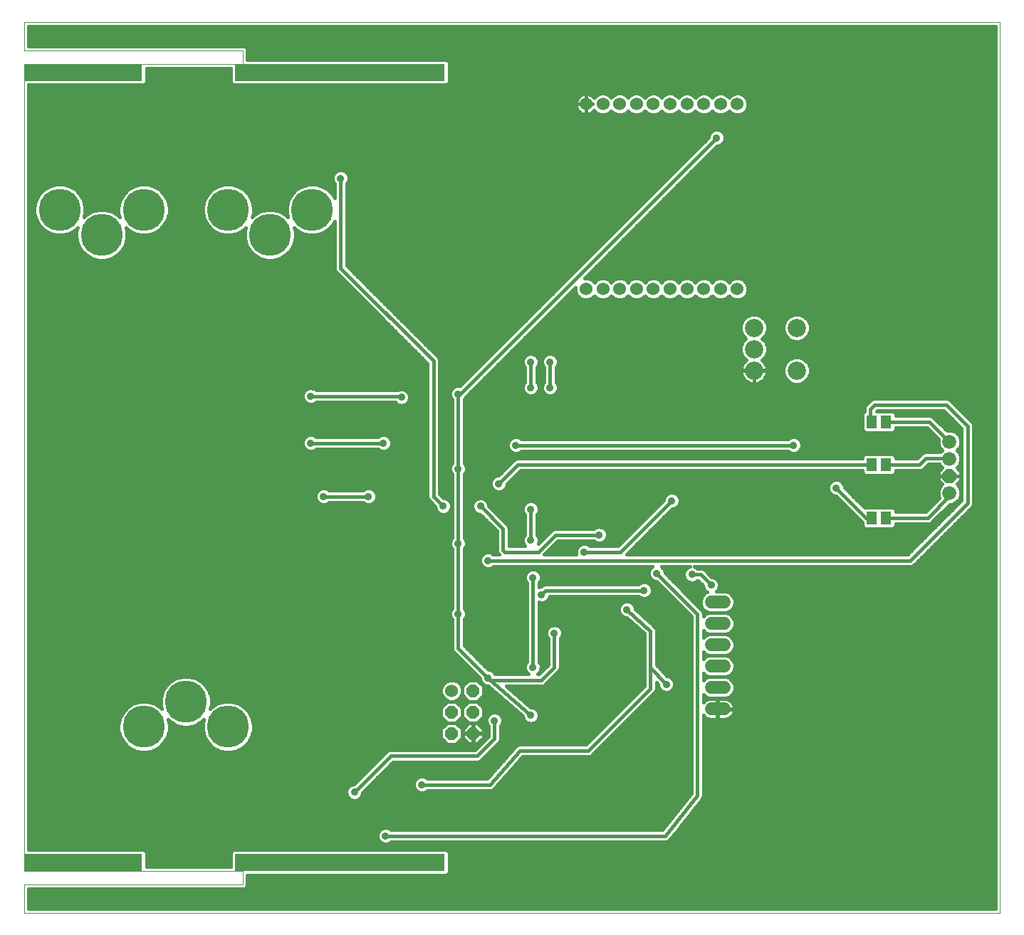
<source format=gbl>
G75*
G70*
%OFA0B0*%
%FSLAX24Y24*%
%IPPOS*%
%LPD*%
%AMOC8*
5,1,8,0,0,1.08239X$1,22.5*
%
%ADD10C,0.0000*%
%ADD11R,0.9843X0.0787*%
%ADD12R,0.5512X0.0787*%
%ADD13C,0.0600*%
%ADD14OC8,0.0600*%
%ADD15C,0.0600*%
%ADD16C,0.1969*%
%ADD17C,0.0860*%
%ADD18C,0.0660*%
%ADD19OC8,0.0660*%
%ADD20R,0.0512X0.0591*%
%ADD21C,0.0160*%
%ADD22C,0.0356*%
%ADD23C,0.0100*%
D10*
X000180Y000180D02*
X000180Y001519D01*
X010416Y001519D01*
X010416Y002149D01*
X000180Y002149D01*
X000180Y039944D01*
X010416Y039944D01*
X010416Y040574D01*
X000180Y040574D01*
X000180Y041912D01*
X045849Y041912D01*
X045849Y000180D01*
X000180Y000180D01*
D11*
X014944Y002542D03*
X014944Y039550D03*
D12*
X002936Y039550D03*
X002936Y002542D03*
D13*
X020180Y010580D03*
X026467Y029399D03*
X027255Y029399D03*
X028042Y029399D03*
X028830Y029399D03*
X029617Y029399D03*
X030404Y029399D03*
X031192Y029399D03*
X031979Y029399D03*
X032767Y029399D03*
X033554Y029399D03*
X033554Y038061D03*
X032767Y038061D03*
X031979Y038061D03*
X031192Y038061D03*
X030404Y038061D03*
X029617Y038061D03*
X028830Y038061D03*
X028042Y038061D03*
X027255Y038061D03*
X026467Y038061D03*
D14*
X021180Y010580D03*
X021180Y009580D03*
X021180Y008580D03*
X020180Y008580D03*
X020180Y009580D03*
D15*
X032330Y009730D02*
X032930Y009730D01*
X032930Y010730D02*
X032330Y010730D01*
X032330Y011730D02*
X032930Y011730D01*
X032930Y012730D02*
X032330Y012730D01*
X032330Y013730D02*
X032930Y013730D01*
X032930Y014730D02*
X032330Y014730D01*
D16*
X013645Y033115D03*
X011676Y031934D03*
X009708Y033115D03*
X005771Y033115D03*
X003802Y031934D03*
X001834Y033115D03*
X007739Y010068D03*
X005771Y008887D03*
X009708Y008887D03*
D17*
X034330Y025580D03*
X034330Y026580D03*
X034330Y027580D03*
X036330Y027580D03*
X036330Y025580D03*
D18*
X043487Y022246D03*
X043487Y021446D03*
X043487Y019846D03*
D19*
X043487Y020646D03*
D20*
X040515Y021180D03*
X039845Y021180D03*
X039845Y023180D03*
X040515Y023180D03*
X040515Y018680D03*
X039845Y018680D03*
D21*
X039580Y018680D02*
X038180Y020080D01*
X038558Y020098D02*
X038558Y020155D01*
X038501Y020294D01*
X038394Y020401D01*
X038255Y020458D01*
X038105Y020458D01*
X037966Y020401D01*
X037859Y020294D01*
X037802Y020155D01*
X037802Y020005D01*
X037859Y019866D01*
X037966Y019759D01*
X038105Y019702D01*
X038162Y019702D01*
X039389Y018475D01*
X039389Y018302D01*
X039507Y018185D01*
X040853Y018185D01*
X040971Y018302D01*
X040971Y018400D01*
X042536Y018400D01*
X042639Y018443D01*
X042717Y018521D01*
X043512Y019316D01*
X043593Y019316D01*
X043787Y019397D01*
X043936Y019546D01*
X044017Y019741D01*
X044017Y019952D01*
X043936Y020146D01*
X043822Y020260D01*
X043997Y020435D01*
X043997Y020646D01*
X043487Y020646D01*
X042977Y020646D01*
X042977Y020435D01*
X043152Y020260D01*
X043038Y020146D01*
X042957Y019952D01*
X042957Y019741D01*
X043012Y019608D01*
X042364Y018960D01*
X040971Y018960D01*
X040971Y019058D01*
X040853Y019175D01*
X039507Y019175D01*
X039494Y019162D01*
X038558Y020098D01*
X038558Y020151D02*
X043042Y020151D01*
X043102Y020310D02*
X038485Y020310D01*
X038663Y019993D02*
X042974Y019993D01*
X042957Y019834D02*
X038822Y019834D01*
X038980Y019676D02*
X042984Y019676D01*
X042921Y019517D02*
X039139Y019517D01*
X039297Y019359D02*
X042763Y019359D01*
X042604Y019200D02*
X039456Y019200D01*
X038981Y018883D02*
X030279Y018883D01*
X030121Y018725D02*
X039139Y018725D01*
X039298Y018566D02*
X029962Y018566D01*
X029804Y018408D02*
X039389Y018408D01*
X039442Y018249D02*
X029645Y018249D01*
X029487Y018091D02*
X042645Y018091D01*
X042803Y018249D02*
X040918Y018249D01*
X040515Y018680D02*
X042480Y018680D01*
X043487Y019687D01*
X043487Y019846D01*
X044017Y019834D02*
X044050Y019834D01*
X044050Y019676D02*
X043990Y019676D01*
X044050Y019517D02*
X043908Y019517D01*
X044050Y019496D02*
X041514Y016960D01*
X028356Y016960D01*
X030498Y019102D01*
X030555Y019102D01*
X030694Y019159D01*
X030801Y019266D01*
X030858Y019405D01*
X030858Y019555D01*
X030801Y019694D01*
X030694Y019801D01*
X030555Y019858D01*
X030405Y019858D01*
X030266Y019801D01*
X030159Y019694D01*
X030102Y019555D01*
X030102Y019498D01*
X027964Y017360D01*
X026635Y017360D01*
X026594Y017401D01*
X026455Y017458D01*
X026305Y017458D01*
X026166Y017401D01*
X026059Y017294D01*
X026002Y017155D01*
X026002Y017005D01*
X026020Y016960D01*
X024506Y016960D01*
X025146Y017600D01*
X026825Y017600D01*
X026866Y017559D01*
X027005Y017502D01*
X027155Y017502D01*
X027294Y017559D01*
X027401Y017666D01*
X027458Y017805D01*
X027458Y017955D01*
X027401Y018094D01*
X027294Y018201D01*
X027155Y018258D01*
X027005Y018258D01*
X026866Y018201D01*
X026825Y018160D01*
X024974Y018160D01*
X024871Y018117D01*
X024222Y017468D01*
X024258Y017555D01*
X024258Y017705D01*
X024201Y017844D01*
X024160Y017885D01*
X024160Y018825D01*
X024201Y018866D01*
X024258Y019005D01*
X024258Y019155D01*
X024201Y019294D01*
X024094Y019401D01*
X023955Y019458D01*
X023805Y019458D01*
X023666Y019401D01*
X023559Y019294D01*
X023502Y019155D01*
X023502Y019005D01*
X023559Y018866D01*
X023600Y018825D01*
X023600Y017885D01*
X023559Y017844D01*
X023502Y017705D01*
X023502Y017555D01*
X023559Y017416D01*
X023615Y017360D01*
X022860Y017360D01*
X022860Y018236D01*
X022817Y018339D01*
X021908Y019248D01*
X021908Y019305D01*
X021851Y019444D01*
X021744Y019551D01*
X021605Y019608D01*
X021455Y019608D01*
X021316Y019551D01*
X021209Y019444D01*
X021152Y019305D01*
X021152Y019155D01*
X021209Y019016D01*
X021316Y018909D01*
X021455Y018852D01*
X021512Y018852D01*
X022300Y018064D01*
X022300Y017124D01*
X022343Y017021D01*
X022404Y016960D01*
X022135Y016960D01*
X022094Y017001D01*
X021955Y017058D01*
X021805Y017058D01*
X021666Y017001D01*
X021559Y016894D01*
X021502Y016755D01*
X021502Y016605D01*
X021559Y016466D01*
X021666Y016359D01*
X021805Y016302D01*
X021955Y016302D01*
X022094Y016359D01*
X022135Y016400D01*
X029565Y016400D01*
X029459Y016294D01*
X029402Y016155D01*
X029402Y016005D01*
X029459Y015866D01*
X029566Y015759D01*
X029705Y015702D01*
X029762Y015702D01*
X031400Y014064D01*
X031400Y005777D01*
X030044Y004060D01*
X017335Y004060D01*
X017294Y004101D01*
X017155Y004158D01*
X017005Y004158D01*
X016866Y004101D01*
X016759Y003994D01*
X016702Y003855D01*
X016702Y003705D01*
X016759Y003566D01*
X016866Y003459D01*
X017005Y003402D01*
X017155Y003402D01*
X017294Y003459D01*
X017335Y003500D01*
X030141Y003500D01*
X030157Y003495D01*
X030196Y003500D01*
X030236Y003500D01*
X030251Y003506D01*
X030268Y003508D01*
X030302Y003528D01*
X030339Y003543D01*
X030351Y003555D01*
X030365Y003563D01*
X030390Y003594D01*
X030417Y003621D01*
X030424Y003637D01*
X031890Y005494D01*
X031917Y005521D01*
X031924Y005537D01*
X031934Y005550D01*
X031945Y005588D01*
X031960Y005624D01*
X031960Y005641D01*
X031965Y005657D01*
X031960Y005696D01*
X031960Y009423D01*
X031964Y009417D01*
X032017Y009364D01*
X032078Y009319D01*
X032146Y009285D01*
X032218Y009262D01*
X032292Y009250D01*
X032610Y009250D01*
X032610Y009710D01*
X032650Y009710D01*
X032650Y009750D01*
X032610Y009750D01*
X032610Y010210D01*
X032292Y010210D01*
X032218Y010198D01*
X032146Y010175D01*
X032078Y010141D01*
X032017Y010096D01*
X031964Y010043D01*
X031960Y010037D01*
X031960Y010393D01*
X032047Y010306D01*
X032231Y010230D01*
X033029Y010230D01*
X033213Y010306D01*
X033354Y010447D01*
X033430Y010631D01*
X033430Y010829D01*
X033354Y011013D01*
X033213Y011154D01*
X033029Y011230D01*
X033213Y011306D01*
X033354Y011447D01*
X033430Y011631D01*
X033430Y011829D01*
X033354Y012013D01*
X033213Y012154D01*
X033029Y012230D01*
X033213Y012306D01*
X033354Y012447D01*
X033430Y012631D01*
X033430Y012829D01*
X033354Y013013D01*
X033213Y013154D01*
X033029Y013230D01*
X033213Y013306D01*
X033354Y013447D01*
X033430Y013631D01*
X033430Y013829D01*
X033354Y014013D01*
X033213Y014154D01*
X033029Y014230D01*
X033213Y014306D01*
X033354Y014447D01*
X033430Y014631D01*
X033430Y014829D01*
X033354Y015013D01*
X033213Y015154D01*
X033029Y015230D01*
X032565Y015230D01*
X032651Y015316D01*
X032708Y015455D01*
X032708Y015605D01*
X032651Y015744D01*
X032544Y015851D01*
X032405Y015908D01*
X032348Y015908D01*
X031989Y016267D01*
X031886Y016310D01*
X031685Y016310D01*
X031644Y016351D01*
X031525Y016400D01*
X041686Y016400D01*
X041789Y016443D01*
X044489Y019143D01*
X044567Y019221D01*
X044610Y019324D01*
X044610Y023036D01*
X044567Y023139D01*
X043567Y024139D01*
X043489Y024217D01*
X043386Y024260D01*
X039924Y024260D01*
X039821Y024217D01*
X039743Y024139D01*
X039743Y024139D01*
X039621Y024017D01*
X039543Y023939D01*
X039500Y023836D01*
X039500Y023669D01*
X039389Y023558D01*
X039389Y022802D01*
X039507Y022685D01*
X040853Y022685D01*
X040971Y022802D01*
X040971Y022900D01*
X042437Y022900D01*
X042965Y022372D01*
X042957Y022352D01*
X042957Y022141D01*
X043038Y021946D01*
X043138Y021846D01*
X043051Y021760D01*
X042324Y021760D01*
X042221Y021717D01*
X042143Y021639D01*
X041964Y021460D01*
X040971Y021460D01*
X040971Y021558D01*
X040853Y021675D01*
X039507Y021675D01*
X039389Y021558D01*
X039389Y021460D01*
X023224Y021460D01*
X023121Y021417D01*
X023043Y021339D01*
X022362Y020658D01*
X022305Y020658D01*
X022166Y020601D01*
X022059Y020494D01*
X022002Y020355D01*
X022002Y020205D01*
X022059Y020066D01*
X022166Y019959D01*
X022305Y019902D01*
X022455Y019902D01*
X022594Y019959D01*
X022701Y020066D01*
X022758Y020205D01*
X022758Y020262D01*
X023396Y020900D01*
X039389Y020900D01*
X039389Y020802D01*
X039507Y020685D01*
X040184Y020685D01*
X040853Y020685D01*
X040971Y020802D01*
X040971Y020900D01*
X042136Y020900D01*
X042239Y020943D01*
X042496Y021200D01*
X043015Y021200D01*
X043038Y021146D01*
X043152Y021032D01*
X042977Y020857D01*
X042977Y020646D01*
X043487Y020646D01*
X043487Y020646D01*
X043487Y020646D01*
X043997Y020646D01*
X043997Y020857D01*
X043822Y021032D01*
X043936Y021146D01*
X044017Y021341D01*
X044017Y021552D01*
X043936Y021746D01*
X043837Y021846D01*
X043936Y021946D01*
X044017Y022141D01*
X044017Y022352D01*
X043936Y022546D01*
X043787Y022695D01*
X043593Y022776D01*
X043382Y022776D01*
X043361Y022768D01*
X042712Y023417D01*
X042609Y023460D01*
X040971Y023460D01*
X040971Y023558D01*
X040853Y023675D01*
X040071Y023675D01*
X040096Y023700D01*
X043214Y023700D01*
X044050Y022864D01*
X044050Y019496D01*
X043913Y019359D02*
X043695Y019359D01*
X043754Y019200D02*
X043396Y019200D01*
X043238Y019042D02*
X043596Y019042D01*
X043437Y018883D02*
X043079Y018883D01*
X042921Y018725D02*
X043279Y018725D01*
X043120Y018566D02*
X042762Y018566D01*
X042962Y018408D02*
X042554Y018408D01*
X042486Y017932D02*
X029328Y017932D01*
X029170Y017774D02*
X042328Y017774D01*
X042169Y017615D02*
X029011Y017615D01*
X028853Y017457D02*
X042011Y017457D01*
X041852Y017298D02*
X028694Y017298D01*
X028536Y017140D02*
X041694Y017140D01*
X041535Y016981D02*
X028377Y016981D01*
X028080Y017080D02*
X030480Y019480D01*
X030347Y019834D02*
X020760Y019834D01*
X020760Y019676D02*
X030152Y019676D01*
X030102Y019517D02*
X021778Y019517D01*
X021886Y019359D02*
X023624Y019359D01*
X023520Y019200D02*
X021956Y019200D01*
X022114Y019042D02*
X023502Y019042D01*
X023552Y018883D02*
X022273Y018883D01*
X022431Y018725D02*
X023600Y018725D01*
X023600Y018566D02*
X022590Y018566D01*
X022748Y018408D02*
X023600Y018408D01*
X023600Y018249D02*
X022854Y018249D01*
X022860Y018091D02*
X023600Y018091D01*
X023600Y017932D02*
X022860Y017932D01*
X022860Y017774D02*
X023530Y017774D01*
X023502Y017615D02*
X022860Y017615D01*
X022860Y017457D02*
X023543Y017457D01*
X023880Y017630D02*
X023880Y019080D01*
X024136Y019359D02*
X029963Y019359D01*
X029804Y019200D02*
X024240Y019200D01*
X024258Y019042D02*
X029646Y019042D01*
X029487Y018883D02*
X024208Y018883D01*
X024160Y018725D02*
X029329Y018725D01*
X029170Y018566D02*
X024160Y018566D01*
X024160Y018408D02*
X029012Y018408D01*
X028853Y018249D02*
X027177Y018249D01*
X026983Y018249D02*
X024160Y018249D01*
X024160Y018091D02*
X024845Y018091D01*
X024686Y017932D02*
X024160Y017932D01*
X024230Y017774D02*
X024528Y017774D01*
X024369Y017615D02*
X024258Y017615D01*
X024230Y017080D02*
X022680Y017080D01*
X022580Y017180D01*
X022580Y018180D01*
X021530Y019230D01*
X021380Y018883D02*
X020760Y018883D01*
X020760Y018725D02*
X021639Y018725D01*
X021798Y018566D02*
X020760Y018566D01*
X020760Y018408D02*
X021956Y018408D01*
X022115Y018249D02*
X020760Y018249D01*
X020760Y018091D02*
X022273Y018091D01*
X022300Y017932D02*
X020760Y017932D01*
X020760Y017774D02*
X022300Y017774D01*
X022300Y017615D02*
X020833Y017615D01*
X020858Y017555D02*
X020801Y017694D01*
X020760Y017735D01*
X020760Y020725D01*
X020801Y020766D01*
X020858Y020905D01*
X020858Y021055D01*
X020801Y021194D01*
X020760Y021235D01*
X020760Y024225D01*
X020801Y024266D01*
X020828Y024332D01*
X025967Y029471D01*
X025967Y029300D01*
X026044Y029116D01*
X026184Y028975D01*
X026368Y028899D01*
X026567Y028899D01*
X026751Y028975D01*
X026861Y029086D01*
X026972Y028975D01*
X027155Y028899D01*
X027354Y028899D01*
X027538Y028975D01*
X027649Y029086D01*
X027759Y028975D01*
X027943Y028899D01*
X028142Y028899D01*
X028325Y028975D01*
X028436Y029086D01*
X028546Y028975D01*
X028730Y028899D01*
X028929Y028899D01*
X029113Y028975D01*
X029223Y029086D01*
X029334Y028975D01*
X029518Y028899D01*
X029716Y028899D01*
X029900Y028975D01*
X030011Y029086D01*
X030121Y028975D01*
X030305Y028899D01*
X030504Y028899D01*
X030688Y028975D01*
X030798Y029086D01*
X030909Y028975D01*
X031092Y028899D01*
X031291Y028899D01*
X031475Y028975D01*
X031586Y029086D01*
X031696Y028975D01*
X031880Y028899D01*
X032079Y028899D01*
X032262Y028975D01*
X032373Y029086D01*
X032483Y028975D01*
X032667Y028899D01*
X032866Y028899D01*
X033050Y028975D01*
X033160Y029086D01*
X033271Y028975D01*
X033455Y028899D01*
X033653Y028899D01*
X033837Y028975D01*
X033978Y029116D01*
X034054Y029300D01*
X034054Y029499D01*
X033978Y029683D01*
X033837Y029823D01*
X033653Y029899D01*
X033455Y029899D01*
X033271Y029823D01*
X033160Y029713D01*
X033050Y029823D01*
X032866Y029899D01*
X032667Y029899D01*
X032483Y029823D01*
X032373Y029713D01*
X032262Y029823D01*
X032079Y029899D01*
X031880Y029899D01*
X031696Y029823D01*
X031586Y029713D01*
X031475Y029823D01*
X031291Y029899D01*
X031092Y029899D01*
X030909Y029823D01*
X030798Y029713D01*
X030688Y029823D01*
X030504Y029899D01*
X030305Y029899D01*
X030121Y029823D01*
X030011Y029713D01*
X029900Y029823D01*
X029716Y029899D01*
X029518Y029899D01*
X029334Y029823D01*
X029223Y029713D01*
X029113Y029823D01*
X028929Y029899D01*
X028730Y029899D01*
X028546Y029823D01*
X028436Y029713D01*
X028325Y029823D01*
X028142Y029899D01*
X027943Y029899D01*
X027759Y029823D01*
X027649Y029713D01*
X027538Y029823D01*
X027354Y029899D01*
X027155Y029899D01*
X026972Y029823D01*
X026861Y029713D01*
X026751Y029823D01*
X026567Y029899D01*
X026395Y029899D01*
X032598Y036102D01*
X032655Y036102D01*
X032794Y036159D01*
X032901Y036266D01*
X032958Y036405D01*
X032958Y036555D01*
X032901Y036694D01*
X032794Y036801D01*
X032655Y036858D01*
X032505Y036858D01*
X032366Y036801D01*
X032259Y036694D01*
X032202Y036555D01*
X032202Y036498D01*
X020560Y024856D01*
X020555Y024858D01*
X020405Y024858D01*
X020266Y024801D01*
X020159Y024694D01*
X020102Y024555D01*
X020102Y024405D01*
X020159Y024266D01*
X020200Y024225D01*
X020200Y021235D01*
X020159Y021194D01*
X020102Y021055D01*
X020102Y020905D01*
X020159Y020766D01*
X020200Y020725D01*
X020200Y017735D01*
X020159Y017694D01*
X020102Y017555D01*
X020102Y017405D01*
X020159Y017266D01*
X020200Y017225D01*
X020200Y014435D01*
X020159Y014394D01*
X020102Y014255D01*
X020102Y014105D01*
X020159Y013966D01*
X020200Y013925D01*
X020200Y012524D01*
X020243Y012421D01*
X021502Y011162D01*
X021502Y011105D01*
X021559Y010966D01*
X021666Y010859D01*
X021805Y010802D01*
X021887Y010802D01*
X023502Y009389D01*
X023502Y009355D01*
X023559Y009216D01*
X023666Y009109D01*
X023805Y009052D01*
X023955Y009052D01*
X024094Y009109D01*
X024201Y009216D01*
X024258Y009355D01*
X024258Y009505D01*
X024201Y009644D01*
X024094Y009751D01*
X023955Y009808D01*
X023873Y009808D01*
X022739Y010800D01*
X024436Y010800D01*
X024539Y010843D01*
X024617Y010921D01*
X025217Y011521D01*
X025260Y011624D01*
X025260Y013025D01*
X025301Y013066D01*
X025358Y013205D01*
X025358Y013355D01*
X025301Y013494D01*
X028938Y013494D01*
X028764Y013653D02*
X025069Y013653D01*
X025055Y013658D02*
X024905Y013658D01*
X024766Y013601D01*
X024659Y013494D01*
X024260Y013494D01*
X024260Y013336D02*
X024602Y013336D01*
X024602Y013355D02*
X024602Y013205D01*
X024659Y013066D01*
X024700Y013025D01*
X024700Y011796D01*
X024264Y011360D01*
X024195Y011360D01*
X024301Y011466D01*
X024358Y011605D01*
X024358Y011755D01*
X024301Y011894D01*
X024260Y011935D01*
X024260Y014720D01*
X024305Y014702D01*
X024455Y014702D01*
X024594Y014759D01*
X024701Y014866D01*
X024756Y015000D01*
X028925Y015000D01*
X028966Y014959D01*
X029105Y014902D01*
X029255Y014902D01*
X029394Y014959D01*
X029501Y015066D01*
X029558Y015205D01*
X029558Y015355D01*
X029501Y015494D01*
X029394Y015601D01*
X029255Y015658D01*
X029105Y015658D01*
X028966Y015601D01*
X028925Y015560D01*
X024524Y015560D01*
X024421Y015517D01*
X024362Y015458D01*
X024305Y015458D01*
X024260Y015440D01*
X024260Y015625D01*
X024301Y015666D01*
X024358Y015805D01*
X024358Y015955D01*
X024301Y016094D01*
X024194Y016201D01*
X024055Y016258D01*
X023905Y016258D01*
X023766Y016201D01*
X023659Y016094D01*
X023602Y015955D01*
X023602Y015805D01*
X023659Y015666D01*
X023700Y015625D01*
X023700Y011935D01*
X023659Y011894D01*
X023602Y011755D01*
X023602Y011605D01*
X023659Y011466D01*
X023765Y011360D01*
X022215Y011360D01*
X022201Y011394D01*
X022094Y011501D01*
X021955Y011558D01*
X021898Y011558D01*
X020760Y012696D01*
X020760Y013925D01*
X020801Y013966D01*
X020858Y014105D01*
X020858Y014255D01*
X020801Y014394D01*
X020760Y014435D01*
X020760Y017225D01*
X020801Y017266D01*
X020858Y017405D01*
X020858Y017555D01*
X020858Y017457D02*
X022300Y017457D01*
X022300Y017298D02*
X020814Y017298D01*
X020760Y017140D02*
X022300Y017140D01*
X022383Y016981D02*
X022114Y016981D01*
X021880Y016680D02*
X041630Y016680D01*
X044330Y019380D01*
X044330Y022980D01*
X043330Y023980D01*
X039980Y023980D01*
X039780Y023780D01*
X039780Y023330D01*
X039930Y023180D01*
X039845Y023180D01*
X039389Y023163D02*
X020760Y023163D01*
X020760Y023321D02*
X039389Y023321D01*
X039389Y023480D02*
X020760Y023480D01*
X020760Y023638D02*
X039469Y023638D01*
X039500Y023797D02*
X020760Y023797D01*
X020760Y023955D02*
X039559Y023955D01*
X039621Y024017D02*
X039621Y024017D01*
X039718Y024114D02*
X020760Y024114D01*
X020803Y024272D02*
X045649Y024272D01*
X045649Y024114D02*
X043592Y024114D01*
X043751Y023955D02*
X045649Y023955D01*
X045649Y023797D02*
X043909Y023797D01*
X044068Y023638D02*
X045649Y023638D01*
X045649Y023480D02*
X044226Y023480D01*
X044385Y023321D02*
X045649Y023321D01*
X045649Y023163D02*
X044543Y023163D01*
X044610Y023004D02*
X045649Y023004D01*
X045649Y022846D02*
X044610Y022846D01*
X044610Y022687D02*
X045649Y022687D01*
X045649Y022529D02*
X044610Y022529D01*
X044610Y022370D02*
X045649Y022370D01*
X045649Y022212D02*
X044610Y022212D01*
X044610Y022053D02*
X045649Y022053D01*
X045649Y021895D02*
X044610Y021895D01*
X044610Y021736D02*
X045649Y021736D01*
X045649Y021578D02*
X044610Y021578D01*
X044610Y021419D02*
X045649Y021419D01*
X045649Y021261D02*
X044610Y021261D01*
X044610Y021102D02*
X045649Y021102D01*
X045649Y020944D02*
X044610Y020944D01*
X044610Y020785D02*
X045649Y020785D01*
X045649Y020627D02*
X044610Y020627D01*
X044610Y020468D02*
X045649Y020468D01*
X045649Y020310D02*
X044610Y020310D01*
X044610Y020151D02*
X045649Y020151D01*
X045649Y019993D02*
X044610Y019993D01*
X044610Y019834D02*
X045649Y019834D01*
X045649Y019676D02*
X044610Y019676D01*
X044610Y019517D02*
X045649Y019517D01*
X045649Y019359D02*
X044610Y019359D01*
X044546Y019200D02*
X045649Y019200D01*
X045649Y019042D02*
X044388Y019042D01*
X044229Y018883D02*
X045649Y018883D01*
X045649Y018725D02*
X044071Y018725D01*
X043912Y018566D02*
X045649Y018566D01*
X045649Y018408D02*
X043754Y018408D01*
X043595Y018249D02*
X045649Y018249D01*
X045649Y018091D02*
X043437Y018091D01*
X043278Y017932D02*
X045649Y017932D01*
X045649Y017774D02*
X043120Y017774D01*
X042961Y017615D02*
X045649Y017615D01*
X045649Y017457D02*
X042803Y017457D01*
X042644Y017298D02*
X045649Y017298D01*
X045649Y017140D02*
X042486Y017140D01*
X042327Y016981D02*
X045649Y016981D01*
X045649Y016823D02*
X042169Y016823D01*
X042010Y016664D02*
X045649Y016664D01*
X045649Y016506D02*
X041852Y016506D01*
X042446Y019042D02*
X040971Y019042D01*
X040954Y020785D02*
X042977Y020785D01*
X042977Y020627D02*
X023123Y020627D01*
X023281Y020785D02*
X039406Y020785D01*
X039845Y021180D02*
X023280Y021180D01*
X022380Y020280D01*
X022229Y020627D02*
X020760Y020627D01*
X020760Y020468D02*
X022049Y020468D01*
X022002Y020310D02*
X020760Y020310D01*
X020760Y020151D02*
X022024Y020151D01*
X022133Y019993D02*
X020760Y019993D01*
X020760Y019517D02*
X021282Y019517D01*
X021174Y019359D02*
X020760Y019359D01*
X020760Y019200D02*
X021152Y019200D01*
X021199Y019042D02*
X020760Y019042D01*
X020200Y019042D02*
X020111Y019042D01*
X020101Y019016D02*
X020158Y019155D01*
X020158Y019305D01*
X020101Y019444D01*
X019994Y019551D01*
X019855Y019608D01*
X019798Y019608D01*
X019610Y019796D01*
X019610Y026086D01*
X019567Y026189D01*
X019489Y026267D01*
X015260Y030496D01*
X015260Y034325D01*
X015301Y034366D01*
X015358Y034505D01*
X015358Y034655D01*
X015301Y034794D01*
X015194Y034901D01*
X015055Y034958D01*
X014905Y034958D01*
X014766Y034901D01*
X014659Y034794D01*
X014602Y034655D01*
X014602Y034505D01*
X014659Y034366D01*
X014700Y034325D01*
X014700Y033656D01*
X014592Y033843D01*
X014372Y034063D01*
X014102Y034219D01*
X013800Y034300D01*
X013489Y034300D01*
X013187Y034219D01*
X012917Y034063D01*
X012697Y033843D01*
X012541Y033573D01*
X012460Y033271D01*
X012460Y032960D01*
X012510Y032776D01*
X012403Y032882D01*
X012133Y033038D01*
X011832Y033119D01*
X011520Y033119D01*
X011219Y033038D01*
X010949Y032882D01*
X010843Y032776D01*
X010892Y032960D01*
X010892Y033271D01*
X010811Y033573D01*
X010655Y033843D01*
X010435Y034063D01*
X010165Y034219D01*
X009863Y034300D01*
X009552Y034300D01*
X009250Y034219D01*
X008980Y034063D01*
X008760Y033843D01*
X008604Y033573D01*
X008523Y033271D01*
X008523Y032960D01*
X008604Y032658D01*
X008760Y032388D01*
X008980Y032168D01*
X009250Y032012D01*
X009552Y031931D01*
X009863Y031931D01*
X010165Y032012D01*
X010435Y032168D01*
X010541Y032274D01*
X010492Y032090D01*
X010492Y031778D01*
X010573Y031477D01*
X010728Y031207D01*
X010949Y030987D01*
X011219Y030831D01*
X011520Y030750D01*
X011832Y030750D01*
X012133Y030831D01*
X012403Y030987D01*
X012624Y031207D01*
X012780Y031477D01*
X012860Y031778D01*
X012860Y032090D01*
X012811Y032274D01*
X012917Y032168D01*
X013187Y032012D01*
X013489Y031931D01*
X013800Y031931D01*
X014102Y032012D01*
X014372Y032168D01*
X014592Y032388D01*
X014700Y032575D01*
X014700Y030324D01*
X014743Y030221D01*
X019050Y025914D01*
X019050Y019624D01*
X019093Y019521D01*
X019402Y019212D01*
X019402Y019155D01*
X019459Y019016D01*
X019566Y018909D01*
X019705Y018852D01*
X019855Y018852D01*
X019994Y018909D01*
X020101Y019016D01*
X020200Y018883D02*
X019930Y018883D01*
X019630Y018883D02*
X000380Y018883D01*
X000380Y018725D02*
X020200Y018725D01*
X020200Y018566D02*
X000380Y018566D01*
X000380Y018408D02*
X020200Y018408D01*
X020200Y018249D02*
X000380Y018249D01*
X000380Y018091D02*
X020200Y018091D01*
X020200Y017932D02*
X000380Y017932D01*
X000380Y017774D02*
X020200Y017774D01*
X020127Y017615D02*
X000380Y017615D01*
X000380Y017457D02*
X020102Y017457D01*
X020146Y017298D02*
X000380Y017298D01*
X000380Y017140D02*
X020200Y017140D01*
X020200Y016981D02*
X000380Y016981D01*
X000380Y016823D02*
X020200Y016823D01*
X020200Y016664D02*
X000380Y016664D01*
X000380Y016506D02*
X020200Y016506D01*
X020200Y016347D02*
X000380Y016347D01*
X000380Y016189D02*
X020200Y016189D01*
X020200Y016030D02*
X000380Y016030D01*
X000380Y015872D02*
X020200Y015872D01*
X020200Y015713D02*
X000380Y015713D01*
X000380Y015555D02*
X020200Y015555D01*
X020200Y015396D02*
X000380Y015396D01*
X000380Y015238D02*
X020200Y015238D01*
X020200Y015079D02*
X000380Y015079D01*
X000380Y014921D02*
X020200Y014921D01*
X020200Y014762D02*
X000380Y014762D01*
X000380Y014604D02*
X020200Y014604D01*
X020200Y014445D02*
X000380Y014445D01*
X000380Y014287D02*
X020115Y014287D01*
X020102Y014128D02*
X000380Y014128D01*
X000380Y013970D02*
X020158Y013970D01*
X020200Y013811D02*
X000380Y013811D01*
X000380Y013653D02*
X020200Y013653D01*
X020200Y013494D02*
X000380Y013494D01*
X000380Y013336D02*
X020200Y013336D01*
X020200Y013177D02*
X000380Y013177D01*
X000380Y013019D02*
X020200Y013019D01*
X020200Y012860D02*
X000380Y012860D01*
X000380Y012702D02*
X020200Y012702D01*
X020200Y012543D02*
X000380Y012543D01*
X000380Y012385D02*
X020280Y012385D01*
X020438Y012226D02*
X000380Y012226D01*
X000380Y012068D02*
X020597Y012068D01*
X020755Y011909D02*
X000380Y011909D01*
X000380Y011751D02*
X020914Y011751D01*
X021072Y011592D02*
X000380Y011592D01*
X000380Y011434D02*
X021231Y011434D01*
X021389Y011275D02*
X000380Y011275D01*
X000380Y011117D02*
X007186Y011117D01*
X007282Y011172D02*
X007012Y011016D01*
X006791Y010795D01*
X006636Y010525D01*
X006555Y010224D01*
X006555Y009912D01*
X006604Y009728D01*
X006498Y009835D01*
X006228Y009991D01*
X005926Y010071D01*
X005615Y010071D01*
X005313Y009991D01*
X005043Y009835D01*
X004823Y009614D01*
X004667Y009344D01*
X004586Y009043D01*
X004586Y008731D01*
X004667Y008430D01*
X004823Y008160D01*
X005043Y007939D01*
X005313Y007784D01*
X005615Y007703D01*
X005926Y007703D01*
X006228Y007784D01*
X006498Y007939D01*
X006718Y008160D01*
X006874Y008430D01*
X006955Y008731D01*
X006955Y009043D01*
X006906Y009227D01*
X007012Y009121D01*
X007282Y008965D01*
X007583Y008884D01*
X007895Y008884D01*
X008196Y008965D01*
X008466Y009121D01*
X008573Y009227D01*
X008523Y009043D01*
X008523Y008731D01*
X008604Y008430D01*
X008760Y008160D01*
X008980Y007939D01*
X009250Y007784D01*
X009552Y007703D01*
X009863Y007703D01*
X010165Y007784D01*
X010435Y007939D01*
X010655Y008160D01*
X010811Y008430D01*
X010892Y008731D01*
X010892Y009043D01*
X010811Y009344D01*
X010655Y009614D01*
X010435Y009835D01*
X010165Y009991D01*
X009863Y010071D01*
X009552Y010071D01*
X009250Y009991D01*
X008980Y009835D01*
X008874Y009728D01*
X008923Y009912D01*
X008923Y010224D01*
X008843Y010525D01*
X008687Y010795D01*
X008466Y011016D01*
X008196Y011172D01*
X007895Y011252D01*
X007583Y011252D01*
X007282Y011172D01*
X006954Y010958D02*
X000380Y010958D01*
X000380Y010800D02*
X006796Y010800D01*
X006702Y010641D02*
X000380Y010641D01*
X000380Y010483D02*
X006624Y010483D01*
X006582Y010324D02*
X000380Y010324D01*
X000380Y010166D02*
X006555Y010166D01*
X006555Y010007D02*
X006167Y010007D01*
X006474Y009849D02*
X006572Y009849D01*
X006909Y009215D02*
X006918Y009215D01*
X006951Y009056D02*
X007124Y009056D01*
X006955Y008898D02*
X007532Y008898D01*
X007946Y008898D02*
X008523Y008898D01*
X008527Y009056D02*
X008354Y009056D01*
X008560Y009215D02*
X008569Y009215D01*
X008523Y008739D02*
X006955Y008739D01*
X006914Y008581D02*
X008564Y008581D01*
X008609Y008422D02*
X006869Y008422D01*
X006778Y008264D02*
X008700Y008264D01*
X008815Y008105D02*
X006663Y008105D01*
X006505Y007947D02*
X008973Y007947D01*
X009243Y007788D02*
X006235Y007788D01*
X005306Y007788D02*
X000380Y007788D01*
X000380Y007630D02*
X017034Y007630D01*
X017171Y007767D02*
X015612Y006208D01*
X015555Y006208D01*
X015416Y006151D01*
X015309Y006044D01*
X015252Y005905D01*
X015252Y005755D01*
X015309Y005616D01*
X015416Y005509D01*
X015555Y005452D01*
X015705Y005452D01*
X015844Y005509D01*
X015951Y005616D01*
X016008Y005755D01*
X016008Y005812D01*
X017446Y007250D01*
X021436Y007250D01*
X021539Y007293D01*
X021617Y007371D01*
X022417Y008171D01*
X022460Y008274D01*
X022460Y008925D01*
X022501Y008966D01*
X022558Y009105D01*
X022558Y009255D01*
X022501Y009394D01*
X022394Y009501D01*
X022255Y009558D01*
X022105Y009558D01*
X021966Y009501D01*
X021859Y009394D01*
X021802Y009255D01*
X021802Y009105D01*
X021859Y008966D01*
X021900Y008925D01*
X021900Y008446D01*
X021264Y007810D01*
X017274Y007810D01*
X017171Y007767D01*
X017221Y007788D02*
X010172Y007788D01*
X010442Y007947D02*
X021401Y007947D01*
X021379Y008100D02*
X021660Y008381D01*
X021660Y008560D01*
X021200Y008560D01*
X021200Y008600D01*
X021160Y008600D01*
X021160Y009060D01*
X020981Y009060D01*
X020700Y008779D01*
X020700Y008600D01*
X021160Y008600D01*
X021160Y008560D01*
X020700Y008560D01*
X020700Y008381D01*
X020981Y008100D01*
X021160Y008100D01*
X021160Y008560D01*
X021200Y008560D01*
X021200Y008100D01*
X021379Y008100D01*
X021384Y008105D02*
X021559Y008105D01*
X021542Y008264D02*
X021718Y008264D01*
X021660Y008422D02*
X021876Y008422D01*
X021900Y008581D02*
X021200Y008581D01*
X021200Y008600D02*
X021660Y008600D01*
X021660Y008779D01*
X021379Y009060D01*
X021200Y009060D01*
X021200Y008600D01*
X021160Y008581D02*
X020680Y008581D01*
X020680Y008739D02*
X020700Y008739D01*
X020680Y008787D02*
X020387Y009080D01*
X019973Y009080D01*
X019680Y008787D01*
X019680Y008373D01*
X019973Y008080D01*
X020387Y008080D01*
X020680Y008373D01*
X020680Y008787D01*
X020570Y008898D02*
X020819Y008898D01*
X020977Y009056D02*
X020411Y009056D01*
X020387Y009080D02*
X020680Y009373D01*
X020680Y009373D01*
X020973Y009080D01*
X021387Y009080D01*
X021680Y009373D01*
X021851Y009373D01*
X021802Y009215D02*
X021522Y009215D01*
X021383Y009056D02*
X021822Y009056D01*
X021900Y008898D02*
X021541Y008898D01*
X021660Y008739D02*
X021900Y008739D01*
X022180Y008330D02*
X021380Y007530D01*
X017330Y007530D01*
X015630Y005830D01*
X015904Y005569D02*
X031236Y005569D01*
X031361Y005728D02*
X015997Y005728D01*
X016082Y005886D02*
X018539Y005886D01*
X018566Y005859D02*
X018705Y005802D01*
X018855Y005802D01*
X018994Y005859D01*
X019035Y005900D01*
X021934Y005900D01*
X021943Y005897D01*
X021989Y005900D01*
X022036Y005900D01*
X022045Y005904D01*
X022054Y005904D01*
X022096Y005925D01*
X022139Y005943D01*
X022145Y005949D01*
X022154Y005954D01*
X022185Y005989D01*
X022217Y006021D01*
X022221Y006030D01*
X023507Y007500D01*
X026636Y007500D01*
X026739Y007543D01*
X026817Y007621D01*
X029717Y010521D01*
X029760Y010624D01*
X029760Y010972D01*
X029852Y010874D01*
X029852Y010805D01*
X029909Y010666D01*
X030016Y010559D01*
X030155Y010502D01*
X030305Y010502D01*
X030444Y010559D01*
X030551Y010666D01*
X030608Y010805D01*
X030608Y010955D01*
X030551Y011094D01*
X030444Y011201D01*
X030305Y011258D01*
X030259Y011258D01*
X029760Y011791D01*
X029760Y013331D01*
X029762Y013338D01*
X029760Y013387D01*
X029760Y013436D01*
X029757Y013442D01*
X029757Y013449D01*
X029736Y013493D01*
X029717Y013539D01*
X029712Y013543D01*
X029710Y013550D01*
X029673Y013583D01*
X029639Y013617D01*
X029632Y013620D01*
X028758Y014415D01*
X028758Y014455D01*
X028701Y014594D01*
X028594Y014701D01*
X028455Y014758D01*
X028305Y014758D01*
X028166Y014701D01*
X028059Y014594D01*
X028002Y014455D01*
X028002Y014305D01*
X028059Y014166D01*
X028166Y014059D01*
X028305Y014002D01*
X028380Y014002D01*
X029200Y013256D01*
X029200Y011685D01*
X029198Y011633D01*
X029200Y011629D01*
X029200Y010796D01*
X026464Y008060D01*
X023426Y008060D01*
X023417Y008063D01*
X023371Y008060D01*
X023324Y008060D01*
X023315Y008056D01*
X023306Y008056D01*
X023264Y008035D01*
X023221Y008017D01*
X023215Y008011D01*
X023206Y008006D01*
X023175Y007971D01*
X023143Y007939D01*
X023139Y007930D01*
X021853Y006460D01*
X019035Y006460D01*
X018994Y006501D01*
X018855Y006558D01*
X018705Y006558D01*
X018566Y006501D01*
X018459Y006394D01*
X018402Y006255D01*
X018402Y006105D01*
X018459Y005966D01*
X018566Y005859D01*
X018427Y006045D02*
X016240Y006045D01*
X016399Y006203D02*
X018402Y006203D01*
X018446Y006362D02*
X016557Y006362D01*
X016716Y006520D02*
X018613Y006520D01*
X018947Y006520D02*
X021905Y006520D01*
X022044Y006679D02*
X016874Y006679D01*
X017033Y006837D02*
X022183Y006837D01*
X022322Y006996D02*
X017191Y006996D01*
X017350Y007154D02*
X022460Y007154D01*
X022599Y007313D02*
X021558Y007313D01*
X021717Y007471D02*
X022738Y007471D01*
X022876Y007630D02*
X021875Y007630D01*
X022034Y007788D02*
X023015Y007788D01*
X023151Y007947D02*
X022192Y007947D01*
X022351Y008105D02*
X026509Y008105D01*
X026668Y008264D02*
X022456Y008264D01*
X022460Y008422D02*
X026826Y008422D01*
X026985Y008581D02*
X022460Y008581D01*
X022460Y008739D02*
X027143Y008739D01*
X027302Y008898D02*
X022460Y008898D01*
X022538Y009056D02*
X023795Y009056D01*
X023965Y009056D02*
X027460Y009056D01*
X027619Y009215D02*
X024199Y009215D01*
X024258Y009373D02*
X027777Y009373D01*
X027936Y009532D02*
X024247Y009532D01*
X024155Y009690D02*
X028094Y009690D01*
X028253Y009849D02*
X023827Y009849D01*
X023646Y010007D02*
X028411Y010007D01*
X028570Y010166D02*
X023465Y010166D01*
X023283Y010324D02*
X028728Y010324D01*
X028887Y010483D02*
X023102Y010483D01*
X022921Y010641D02*
X029045Y010641D01*
X029200Y010800D02*
X022740Y010800D01*
X022433Y010324D02*
X021631Y010324D01*
X021680Y010373D02*
X021387Y010080D01*
X020973Y010080D01*
X020680Y009787D01*
X020680Y009373D01*
X020680Y009787D01*
X020387Y010080D01*
X019973Y010080D01*
X019680Y009787D01*
X019680Y009373D01*
X010794Y009373D01*
X010846Y009215D02*
X019838Y009215D01*
X019973Y009080D02*
X020387Y009080D01*
X020522Y009215D02*
X020838Y009215D01*
X020680Y009532D02*
X020680Y009532D01*
X020680Y009690D02*
X020680Y009690D01*
X020619Y009849D02*
X020741Y009849D01*
X020900Y010007D02*
X020460Y010007D01*
X020463Y010156D02*
X020279Y010080D01*
X020081Y010080D01*
X019897Y010156D01*
X019756Y010297D01*
X019680Y010481D01*
X019680Y010679D01*
X019756Y010863D01*
X019897Y011004D01*
X020081Y011080D01*
X020279Y011080D01*
X020463Y011004D01*
X020604Y010863D01*
X020680Y010679D01*
X020680Y010481D01*
X020604Y010297D01*
X020463Y010156D01*
X020473Y010166D02*
X020887Y010166D01*
X020973Y010080D02*
X021387Y010080D01*
X021680Y009787D01*
X021680Y009373D01*
X021680Y009532D02*
X022041Y009532D01*
X022319Y009532D02*
X023339Y009532D01*
X023502Y009373D02*
X022509Y009373D01*
X022558Y009215D02*
X023561Y009215D01*
X023880Y009430D02*
X021880Y011180D01*
X020480Y012580D01*
X020480Y014180D01*
X020480Y017480D01*
X020480Y020980D01*
X020480Y024480D01*
X020580Y024480D02*
X032580Y036480D01*
X032958Y036477D02*
X045649Y036477D01*
X045649Y036635D02*
X032925Y036635D01*
X032801Y036794D02*
X045649Y036794D01*
X045649Y036952D02*
X000380Y036952D01*
X000380Y036794D02*
X032359Y036794D01*
X032235Y036635D02*
X000380Y036635D01*
X000380Y036477D02*
X032181Y036477D01*
X032022Y036318D02*
X000380Y036318D01*
X000380Y036160D02*
X031864Y036160D01*
X031705Y036001D02*
X000380Y036001D01*
X000380Y035843D02*
X031547Y035843D01*
X031388Y035684D02*
X000380Y035684D01*
X000380Y035526D02*
X031230Y035526D01*
X031071Y035367D02*
X000380Y035367D01*
X000380Y035209D02*
X030913Y035209D01*
X030754Y035050D02*
X000380Y035050D01*
X000380Y034892D02*
X014757Y034892D01*
X014634Y034733D02*
X000380Y034733D01*
X000380Y034575D02*
X014602Y034575D01*
X014639Y034416D02*
X000380Y034416D01*
X000380Y034258D02*
X001520Y034258D01*
X001376Y034219D02*
X001678Y034300D01*
X001989Y034300D01*
X002291Y034219D01*
X002561Y034063D01*
X002781Y033843D01*
X002937Y033573D01*
X003018Y033271D01*
X003018Y032960D01*
X002969Y032776D01*
X003075Y032882D01*
X003345Y033038D01*
X003646Y033119D01*
X003958Y033119D01*
X004259Y033038D01*
X004529Y032882D01*
X004636Y032776D01*
X004586Y032960D01*
X004586Y033271D01*
X004667Y033573D01*
X004823Y033843D01*
X005043Y034063D01*
X005313Y034219D01*
X005615Y034300D01*
X005926Y034300D01*
X006228Y034219D01*
X006498Y034063D01*
X006718Y033843D01*
X006874Y033573D01*
X006955Y033271D01*
X006955Y032960D01*
X006874Y032658D01*
X006718Y032388D01*
X006498Y032168D01*
X006228Y032012D01*
X005926Y031931D01*
X005615Y031931D01*
X005313Y032012D01*
X005043Y032168D01*
X004937Y032274D01*
X004986Y032090D01*
X004986Y031778D01*
X004906Y031477D01*
X004750Y031207D01*
X004529Y030987D01*
X004259Y030831D01*
X003958Y030750D01*
X003646Y030750D01*
X003345Y030831D01*
X003075Y030987D01*
X002854Y031207D01*
X002699Y031477D01*
X002618Y031778D01*
X002618Y032090D01*
X002667Y032274D01*
X002561Y032168D01*
X002291Y032012D01*
X001989Y031931D01*
X001678Y031931D01*
X001376Y032012D01*
X001106Y032168D01*
X000886Y032388D01*
X000730Y032658D01*
X000649Y032960D01*
X000649Y033271D01*
X000730Y033573D01*
X000886Y033843D01*
X001106Y034063D01*
X001376Y034219D01*
X001169Y034099D02*
X000380Y034099D01*
X000380Y033941D02*
X000984Y033941D01*
X000851Y033782D02*
X000380Y033782D01*
X000380Y033624D02*
X000759Y033624D01*
X000701Y033465D02*
X000380Y033465D01*
X000380Y033307D02*
X000659Y033307D01*
X000649Y033148D02*
X000380Y033148D01*
X000380Y032990D02*
X000649Y032990D01*
X000684Y032831D02*
X000380Y032831D01*
X000380Y032673D02*
X000726Y032673D01*
X000813Y032514D02*
X000380Y032514D01*
X000380Y032356D02*
X000919Y032356D01*
X001077Y032197D02*
X000380Y032197D01*
X000380Y032039D02*
X001330Y032039D01*
X000380Y031880D02*
X002618Y031880D01*
X002618Y032039D02*
X002337Y032039D01*
X002590Y032197D02*
X002646Y032197D01*
X002633Y031722D02*
X000380Y031722D01*
X000380Y031563D02*
X002676Y031563D01*
X002740Y031405D02*
X000380Y031405D01*
X000380Y031246D02*
X002832Y031246D01*
X002974Y031088D02*
X000380Y031088D01*
X000380Y030929D02*
X003175Y030929D01*
X003570Y030771D02*
X000380Y030771D01*
X000380Y030612D02*
X014700Y030612D01*
X014700Y030454D02*
X000380Y030454D01*
X000380Y030295D02*
X014712Y030295D01*
X014827Y030137D02*
X000380Y030137D01*
X000380Y029978D02*
X014986Y029978D01*
X015144Y029820D02*
X000380Y029820D01*
X000380Y029661D02*
X015303Y029661D01*
X015461Y029503D02*
X000380Y029503D01*
X000380Y029344D02*
X015620Y029344D01*
X015778Y029186D02*
X000380Y029186D01*
X000380Y029027D02*
X015937Y029027D01*
X016095Y028869D02*
X000380Y028869D01*
X000380Y028710D02*
X016254Y028710D01*
X016412Y028552D02*
X000380Y028552D01*
X000380Y028393D02*
X016571Y028393D01*
X016729Y028235D02*
X000380Y028235D01*
X000380Y028076D02*
X016888Y028076D01*
X017046Y027918D02*
X000380Y027918D01*
X000380Y027759D02*
X017205Y027759D01*
X017363Y027601D02*
X000380Y027601D01*
X000380Y027442D02*
X017522Y027442D01*
X017680Y027284D02*
X000380Y027284D01*
X000380Y027125D02*
X017839Y027125D01*
X017997Y026967D02*
X000380Y026967D01*
X000380Y026808D02*
X018156Y026808D01*
X018314Y026650D02*
X000380Y026650D01*
X000380Y026491D02*
X018473Y026491D01*
X018631Y026333D02*
X000380Y026333D01*
X000380Y026174D02*
X018790Y026174D01*
X018948Y026016D02*
X000380Y026016D01*
X000380Y025857D02*
X019050Y025857D01*
X019050Y025699D02*
X000380Y025699D01*
X000380Y025540D02*
X019050Y025540D01*
X019050Y025382D02*
X000380Y025382D01*
X000380Y025223D02*
X019050Y025223D01*
X019050Y025065D02*
X000380Y025065D01*
X000380Y024906D02*
X019050Y024906D01*
X019050Y024748D02*
X013681Y024748D01*
X013655Y024758D02*
X013505Y024758D01*
X013366Y024701D01*
X013259Y024594D01*
X013202Y024455D01*
X013202Y024305D01*
X013259Y024166D01*
X013366Y024059D01*
X013505Y024002D01*
X013655Y024002D01*
X013794Y024059D01*
X013835Y024100D01*
X017525Y024100D01*
X017616Y024009D01*
X017755Y023952D01*
X017905Y023952D01*
X018044Y024009D01*
X018151Y024116D01*
X018208Y024255D01*
X018208Y024405D01*
X018151Y024544D01*
X018044Y024651D01*
X017905Y024708D01*
X017755Y024708D01*
X017639Y024660D01*
X013835Y024660D01*
X013794Y024701D01*
X013655Y024758D01*
X013479Y024748D02*
X000380Y024748D01*
X000380Y024589D02*
X013257Y024589D01*
X013202Y024431D02*
X000380Y024431D01*
X000380Y024272D02*
X013215Y024272D01*
X013312Y024114D02*
X000380Y024114D01*
X000380Y023955D02*
X017747Y023955D01*
X017913Y023955D02*
X019050Y023955D01*
X019050Y023797D02*
X000380Y023797D01*
X000380Y023638D02*
X019050Y023638D01*
X019050Y023480D02*
X000380Y023480D01*
X000380Y023321D02*
X019050Y023321D01*
X019050Y023163D02*
X000380Y023163D01*
X000380Y023004D02*
X019050Y023004D01*
X019050Y022846D02*
X000380Y022846D01*
X000380Y022687D02*
X019050Y022687D01*
X019050Y022529D02*
X017127Y022529D01*
X017194Y022501D02*
X017055Y022558D01*
X016905Y022558D01*
X016766Y022501D01*
X016725Y022460D01*
X013835Y022460D01*
X013794Y022501D01*
X013655Y022558D01*
X013505Y022558D01*
X013366Y022501D01*
X013259Y022394D01*
X013202Y022255D01*
X013202Y022105D01*
X013259Y021966D01*
X013366Y021859D01*
X013505Y021802D01*
X013655Y021802D01*
X013794Y021859D01*
X013835Y021900D01*
X016725Y021900D01*
X016766Y021859D01*
X016905Y021802D01*
X017055Y021802D01*
X017194Y021859D01*
X017301Y021966D01*
X017358Y022105D01*
X017358Y022255D01*
X017301Y022394D01*
X017194Y022501D01*
X017311Y022370D02*
X019050Y022370D01*
X019050Y022212D02*
X017358Y022212D01*
X017337Y022053D02*
X019050Y022053D01*
X019050Y021895D02*
X017229Y021895D01*
X016980Y022180D02*
X013580Y022180D01*
X013727Y022529D02*
X016833Y022529D01*
X016731Y021895D02*
X013829Y021895D01*
X013433Y022529D02*
X000380Y022529D01*
X000380Y022370D02*
X013249Y022370D01*
X013202Y022212D02*
X000380Y022212D01*
X000380Y022053D02*
X013223Y022053D01*
X013331Y021895D02*
X000380Y021895D01*
X000380Y021736D02*
X019050Y021736D01*
X019050Y021578D02*
X000380Y021578D01*
X000380Y021419D02*
X019050Y021419D01*
X019050Y021261D02*
X000380Y021261D01*
X000380Y021102D02*
X019050Y021102D01*
X019050Y020944D02*
X000380Y020944D01*
X000380Y020785D02*
X019050Y020785D01*
X019050Y020627D02*
X000380Y020627D01*
X000380Y020468D02*
X019050Y020468D01*
X019050Y020310D02*
X000380Y020310D01*
X000380Y020151D02*
X019050Y020151D01*
X019050Y019993D02*
X016502Y019993D01*
X016494Y020001D02*
X016355Y020058D01*
X016205Y020058D01*
X016066Y020001D01*
X016025Y019960D01*
X014435Y019960D01*
X014394Y020001D01*
X014255Y020058D01*
X014105Y020058D01*
X013966Y020001D01*
X013859Y019894D01*
X013802Y019755D01*
X013802Y019605D01*
X013859Y019466D01*
X013966Y019359D01*
X014105Y019302D01*
X014255Y019302D01*
X014394Y019359D01*
X014435Y019400D01*
X016025Y019400D01*
X016066Y019359D01*
X016205Y019302D01*
X016355Y019302D01*
X016494Y019359D01*
X016601Y019466D01*
X016658Y019605D01*
X016658Y019755D01*
X016601Y019894D01*
X016494Y020001D01*
X016625Y019834D02*
X019050Y019834D01*
X019050Y019676D02*
X016658Y019676D01*
X016622Y019517D02*
X019097Y019517D01*
X019255Y019359D02*
X016492Y019359D01*
X016280Y019680D02*
X014180Y019680D01*
X013802Y019676D02*
X000380Y019676D01*
X000380Y019834D02*
X013835Y019834D01*
X013958Y019993D02*
X000380Y019993D01*
X000380Y019517D02*
X013838Y019517D01*
X013968Y019359D02*
X000380Y019359D01*
X000380Y019200D02*
X019402Y019200D01*
X019449Y019042D02*
X000380Y019042D01*
X008292Y011117D02*
X021502Y011117D01*
X021387Y011080D02*
X020973Y011080D01*
X020680Y010787D01*
X020680Y010373D01*
X020973Y010080D01*
X020729Y010324D02*
X020615Y010324D01*
X020680Y010483D02*
X020680Y010483D01*
X020680Y010641D02*
X020680Y010641D01*
X020692Y010800D02*
X020630Y010800D01*
X020509Y010958D02*
X020851Y010958D01*
X021387Y011080D02*
X021680Y010787D01*
X021680Y010373D01*
X021680Y010483D02*
X022252Y010483D01*
X022071Y010641D02*
X021680Y010641D01*
X021668Y010800D02*
X021890Y010800D01*
X021980Y011080D02*
X024380Y011080D01*
X024980Y011680D01*
X024980Y013280D01*
X025347Y013177D02*
X029200Y013177D01*
X029200Y013019D02*
X025260Y013019D01*
X025260Y012860D02*
X029200Y012860D01*
X029200Y012702D02*
X025260Y012702D01*
X025260Y012543D02*
X029200Y012543D01*
X029200Y012385D02*
X025260Y012385D01*
X025260Y012226D02*
X029200Y012226D01*
X029200Y012068D02*
X025260Y012068D01*
X025260Y011909D02*
X029200Y011909D01*
X029200Y011751D02*
X025260Y011751D01*
X025247Y011592D02*
X029200Y011592D01*
X029200Y011434D02*
X025129Y011434D01*
X024971Y011275D02*
X029200Y011275D01*
X029200Y011117D02*
X024812Y011117D01*
X024654Y010958D02*
X029200Y010958D01*
X029480Y010680D02*
X026580Y007780D01*
X023380Y007780D01*
X021980Y006180D01*
X018780Y006180D01*
X019021Y005886D02*
X031400Y005886D01*
X031400Y006045D02*
X022233Y006045D01*
X022372Y006203D02*
X031400Y006203D01*
X031400Y006362D02*
X022511Y006362D01*
X022650Y006520D02*
X031400Y006520D01*
X031400Y006679D02*
X022788Y006679D01*
X022927Y006837D02*
X031400Y006837D01*
X031400Y006996D02*
X023066Y006996D01*
X023204Y007154D02*
X031400Y007154D01*
X031400Y007313D02*
X023343Y007313D01*
X023482Y007471D02*
X031400Y007471D01*
X031400Y007630D02*
X026825Y007630D01*
X026984Y007788D02*
X031400Y007788D01*
X031400Y007947D02*
X027142Y007947D01*
X027301Y008105D02*
X031400Y008105D01*
X031400Y008264D02*
X027459Y008264D01*
X027618Y008422D02*
X031400Y008422D01*
X031400Y008581D02*
X027776Y008581D01*
X027935Y008739D02*
X031400Y008739D01*
X031400Y008898D02*
X028093Y008898D01*
X028252Y009056D02*
X031400Y009056D01*
X031400Y009215D02*
X028410Y009215D01*
X028569Y009373D02*
X031400Y009373D01*
X031400Y009532D02*
X028727Y009532D01*
X028886Y009690D02*
X031400Y009690D01*
X031400Y009849D02*
X029044Y009849D01*
X029203Y010007D02*
X031400Y010007D01*
X031400Y010166D02*
X029361Y010166D01*
X029520Y010324D02*
X031400Y010324D01*
X031400Y010483D02*
X029678Y010483D01*
X029760Y010641D02*
X029934Y010641D01*
X029854Y010800D02*
X029760Y010800D01*
X029760Y010958D02*
X029773Y010958D01*
X029480Y010680D02*
X029480Y011680D01*
X029480Y013380D01*
X028380Y014380D01*
X028097Y014128D02*
X024260Y014128D01*
X024260Y013970D02*
X028415Y013970D01*
X028590Y013811D02*
X024260Y013811D01*
X024260Y013653D02*
X024891Y013653D01*
X025055Y013658D02*
X025194Y013601D01*
X025301Y013494D01*
X025358Y013336D02*
X029113Y013336D01*
X029422Y013811D02*
X031400Y013811D01*
X031400Y013653D02*
X029596Y013653D01*
X029736Y013494D02*
X031400Y013494D01*
X031400Y013336D02*
X029762Y013336D01*
X029760Y013177D02*
X031400Y013177D01*
X031400Y013019D02*
X029760Y013019D01*
X029760Y012860D02*
X031400Y012860D01*
X031400Y012702D02*
X029760Y012702D01*
X029760Y012543D02*
X031400Y012543D01*
X031400Y012385D02*
X029760Y012385D01*
X029760Y012226D02*
X031400Y012226D01*
X031400Y012068D02*
X029760Y012068D01*
X029760Y011909D02*
X031400Y011909D01*
X031400Y011751D02*
X029798Y011751D01*
X029946Y011592D02*
X031400Y011592D01*
X031400Y011434D02*
X030095Y011434D01*
X030243Y011275D02*
X031400Y011275D01*
X031400Y011117D02*
X030528Y011117D01*
X030607Y010958D02*
X031400Y010958D01*
X031400Y010800D02*
X030606Y010800D01*
X030526Y010641D02*
X031400Y010641D01*
X031960Y010324D02*
X032029Y010324D01*
X031960Y010166D02*
X032127Y010166D01*
X032610Y010166D02*
X032650Y010166D01*
X032650Y010210D02*
X032650Y009750D01*
X033410Y009750D01*
X033410Y009768D01*
X033398Y009842D01*
X033375Y009914D01*
X033341Y009982D01*
X033296Y010043D01*
X033243Y010096D01*
X033182Y010141D01*
X033114Y010175D01*
X033042Y010198D01*
X032968Y010210D01*
X032650Y010210D01*
X032650Y010007D02*
X032610Y010007D01*
X032610Y009849D02*
X032650Y009849D01*
X032650Y009710D02*
X033410Y009710D01*
X033410Y009692D01*
X033398Y009618D01*
X033375Y009546D01*
X033341Y009478D01*
X033296Y009417D01*
X033243Y009364D01*
X033182Y009319D01*
X033114Y009285D01*
X033042Y009262D01*
X032968Y009250D01*
X032650Y009250D01*
X032650Y009710D01*
X032650Y009690D02*
X032610Y009690D01*
X032610Y009532D02*
X032650Y009532D01*
X032650Y009373D02*
X032610Y009373D01*
X032008Y009373D02*
X031960Y009373D01*
X031960Y009215D02*
X045649Y009215D01*
X045649Y009373D02*
X033252Y009373D01*
X033368Y009532D02*
X045649Y009532D01*
X045649Y009690D02*
X033410Y009690D01*
X033396Y009849D02*
X045649Y009849D01*
X045649Y010007D02*
X033322Y010007D01*
X033133Y010166D02*
X045649Y010166D01*
X045649Y010324D02*
X033231Y010324D01*
X033369Y010483D02*
X045649Y010483D01*
X045649Y010641D02*
X033430Y010641D01*
X033430Y010800D02*
X045649Y010800D01*
X045649Y010958D02*
X033377Y010958D01*
X033251Y011117D02*
X045649Y011117D01*
X045649Y011275D02*
X033138Y011275D01*
X033029Y011230D02*
X032231Y011230D01*
X032047Y011306D01*
X031960Y011393D01*
X031960Y011067D01*
X032047Y011154D01*
X032231Y011230D01*
X033029Y011230D01*
X033341Y011434D02*
X045649Y011434D01*
X045649Y011592D02*
X033414Y011592D01*
X033430Y011751D02*
X045649Y011751D01*
X045649Y011909D02*
X033397Y011909D01*
X033300Y012068D02*
X045649Y012068D01*
X045649Y012226D02*
X033039Y012226D01*
X033029Y012230D02*
X032231Y012230D01*
X032047Y012306D01*
X031960Y012393D01*
X031960Y012067D01*
X032047Y012154D01*
X032231Y012230D01*
X033029Y012230D01*
X033292Y012385D02*
X045649Y012385D01*
X045649Y012543D02*
X033394Y012543D01*
X033430Y012702D02*
X045649Y012702D01*
X045649Y012860D02*
X033417Y012860D01*
X033349Y013019D02*
X045649Y013019D01*
X045649Y013177D02*
X033157Y013177D01*
X033029Y013230D02*
X032231Y013230D01*
X033029Y013230D01*
X033243Y013336D02*
X045649Y013336D01*
X045649Y013494D02*
X033373Y013494D01*
X033430Y013653D02*
X045649Y013653D01*
X045649Y013811D02*
X033430Y013811D01*
X033372Y013970D02*
X045649Y013970D01*
X045649Y014128D02*
X033239Y014128D01*
X033166Y014287D02*
X045649Y014287D01*
X045649Y014445D02*
X033352Y014445D01*
X033419Y014604D02*
X045649Y014604D01*
X045649Y014762D02*
X033430Y014762D01*
X033392Y014921D02*
X045649Y014921D01*
X045649Y015079D02*
X033288Y015079D01*
X032684Y015396D02*
X045649Y015396D01*
X045649Y015238D02*
X032572Y015238D01*
X032708Y015555D02*
X045649Y015555D01*
X045649Y015713D02*
X032663Y015713D01*
X032494Y015872D02*
X045649Y015872D01*
X045649Y016030D02*
X032226Y016030D01*
X032067Y016189D02*
X045649Y016189D01*
X045649Y016347D02*
X031648Y016347D01*
X031335Y016400D02*
X031216Y016351D01*
X031109Y016244D01*
X031052Y016105D01*
X031052Y015955D01*
X031109Y015816D01*
X031216Y015709D01*
X031355Y015652D01*
X031505Y015652D01*
X031644Y015709D01*
X031685Y015750D01*
X031714Y015750D01*
X031952Y015512D01*
X031952Y015455D01*
X032009Y015316D01*
X032116Y015209D01*
X032148Y015196D01*
X032047Y015154D01*
X031906Y015013D01*
X031830Y014829D01*
X031830Y014631D01*
X031906Y014447D01*
X032047Y014306D01*
X032231Y014230D01*
X033029Y014230D01*
X032231Y014230D01*
X032047Y014154D01*
X031960Y014067D01*
X031960Y014236D01*
X031917Y014339D01*
X030158Y016098D01*
X030158Y016155D01*
X030101Y016294D01*
X029995Y016400D01*
X031335Y016400D01*
X031212Y016347D02*
X030048Y016347D01*
X030144Y016189D02*
X031086Y016189D01*
X031052Y016030D02*
X030226Y016030D01*
X030384Y015872D02*
X031086Y015872D01*
X031212Y015713D02*
X030543Y015713D01*
X030701Y015555D02*
X031909Y015555D01*
X031976Y015396D02*
X030860Y015396D01*
X031018Y015238D02*
X032088Y015238D01*
X031972Y015079D02*
X031177Y015079D01*
X031335Y014921D02*
X031868Y014921D01*
X031830Y014762D02*
X031494Y014762D01*
X031652Y014604D02*
X031841Y014604D01*
X031811Y014445D02*
X031908Y014445D01*
X031939Y014287D02*
X032094Y014287D01*
X032021Y014128D02*
X031960Y014128D01*
X031680Y014180D02*
X029780Y016080D01*
X029512Y016347D02*
X022064Y016347D01*
X021696Y016347D02*
X020760Y016347D01*
X020760Y016189D02*
X023754Y016189D01*
X023633Y016030D02*
X020760Y016030D01*
X020760Y015872D02*
X023602Y015872D01*
X023640Y015713D02*
X020760Y015713D01*
X020760Y015555D02*
X023700Y015555D01*
X023700Y015396D02*
X020760Y015396D01*
X020760Y015238D02*
X023700Y015238D01*
X023700Y015079D02*
X020760Y015079D01*
X020760Y014921D02*
X023700Y014921D01*
X023700Y014762D02*
X020760Y014762D01*
X020760Y014604D02*
X023700Y014604D01*
X023700Y014445D02*
X020760Y014445D01*
X020845Y014287D02*
X023700Y014287D01*
X023700Y014128D02*
X020858Y014128D01*
X020802Y013970D02*
X023700Y013970D01*
X023700Y013811D02*
X020760Y013811D01*
X020760Y013653D02*
X023700Y013653D01*
X023700Y013494D02*
X020760Y013494D01*
X020760Y013336D02*
X023700Y013336D01*
X023700Y013177D02*
X020760Y013177D01*
X020760Y013019D02*
X023700Y013019D01*
X023700Y012860D02*
X020760Y012860D01*
X020760Y012702D02*
X023700Y012702D01*
X023700Y012543D02*
X020913Y012543D01*
X021071Y012385D02*
X023700Y012385D01*
X023700Y012226D02*
X021230Y012226D01*
X021388Y012068D02*
X023700Y012068D01*
X023674Y011909D02*
X021547Y011909D01*
X021705Y011751D02*
X023602Y011751D01*
X023607Y011592D02*
X021864Y011592D01*
X022161Y011434D02*
X023692Y011434D01*
X023980Y011680D02*
X023980Y015880D01*
X024327Y016030D02*
X029402Y016030D01*
X029416Y016189D02*
X024206Y016189D01*
X024358Y015872D02*
X029457Y015872D01*
X029678Y015713D02*
X024320Y015713D01*
X024260Y015555D02*
X024511Y015555D01*
X024580Y015280D02*
X024380Y015080D01*
X024580Y015280D02*
X029180Y015280D01*
X029440Y015555D02*
X029909Y015555D01*
X030068Y015396D02*
X029541Y015396D01*
X029558Y015238D02*
X030226Y015238D01*
X030385Y015079D02*
X029506Y015079D01*
X029300Y014921D02*
X030543Y014921D01*
X030702Y014762D02*
X024597Y014762D01*
X024723Y014921D02*
X029060Y014921D01*
X028691Y014604D02*
X030860Y014604D01*
X031019Y014445D02*
X028758Y014445D01*
X028899Y014287D02*
X031177Y014287D01*
X031336Y014128D02*
X029073Y014128D01*
X029248Y013970D02*
X031400Y013970D01*
X031680Y014180D02*
X031680Y005680D01*
X030180Y003780D01*
X017080Y003780D01*
X016817Y003509D02*
X000380Y003509D01*
X000380Y003667D02*
X016718Y003667D01*
X016702Y003826D02*
X000380Y003826D01*
X000380Y003984D02*
X016755Y003984D01*
X016967Y004143D02*
X000380Y004143D01*
X000380Y004301D02*
X030235Y004301D01*
X030360Y004460D02*
X000380Y004460D01*
X000380Y004618D02*
X030485Y004618D01*
X030610Y004777D02*
X000380Y004777D01*
X000380Y004935D02*
X030735Y004935D01*
X030860Y005094D02*
X000380Y005094D01*
X000380Y005252D02*
X030985Y005252D01*
X031111Y005411D02*
X000380Y005411D01*
X000380Y005569D02*
X015356Y005569D01*
X015263Y005728D02*
X000380Y005728D01*
X000380Y005886D02*
X015252Y005886D01*
X015310Y006045D02*
X000380Y006045D01*
X000380Y006203D02*
X015542Y006203D01*
X015766Y006362D02*
X000380Y006362D01*
X000380Y006520D02*
X015924Y006520D01*
X016083Y006679D02*
X000380Y006679D01*
X000380Y006837D02*
X016241Y006837D01*
X016400Y006996D02*
X000380Y006996D01*
X000380Y007154D02*
X016558Y007154D01*
X016717Y007313D02*
X000380Y007313D01*
X000380Y007471D02*
X016875Y007471D01*
X019680Y008422D02*
X010807Y008422D01*
X010851Y008581D02*
X019680Y008581D01*
X019680Y008739D02*
X010892Y008739D01*
X010892Y008898D02*
X019790Y008898D01*
X019949Y009056D02*
X010888Y009056D01*
X010703Y009532D02*
X019680Y009532D01*
X019680Y009690D02*
X010579Y009690D01*
X010411Y009849D02*
X019741Y009849D01*
X019900Y010007D02*
X010104Y010007D01*
X009312Y010007D02*
X008923Y010007D01*
X008923Y010166D02*
X019887Y010166D01*
X019745Y010324D02*
X008897Y010324D01*
X008854Y010483D02*
X019680Y010483D01*
X019680Y010641D02*
X008776Y010641D01*
X008683Y010800D02*
X019730Y010800D01*
X019851Y010958D02*
X008524Y010958D01*
X008906Y009849D02*
X009004Y009849D01*
X010715Y008264D02*
X019789Y008264D01*
X019948Y008105D02*
X010600Y008105D01*
X009940Y003136D02*
X009823Y003019D01*
X009823Y002349D01*
X005892Y002349D01*
X005892Y003019D01*
X005775Y003136D01*
X000380Y003136D01*
X000380Y038956D01*
X005775Y038956D01*
X005892Y039074D01*
X005892Y039744D01*
X009823Y039744D01*
X009823Y039074D01*
X009940Y038956D01*
X019948Y038956D01*
X020065Y039074D01*
X020065Y040027D01*
X019948Y040144D01*
X010616Y040144D01*
X010616Y040657D01*
X010499Y040774D01*
X000380Y040774D01*
X000380Y041712D01*
X045649Y041712D01*
X045649Y000380D01*
X000380Y000380D01*
X000380Y001319D01*
X010499Y001319D01*
X010616Y001436D01*
X010616Y001949D01*
X019948Y001949D01*
X020065Y002066D01*
X020065Y003019D01*
X019948Y003136D01*
X009940Y003136D01*
X009837Y003033D02*
X005878Y003033D01*
X005892Y002875D02*
X009823Y002875D01*
X009823Y002716D02*
X005892Y002716D01*
X005892Y002558D02*
X009823Y002558D01*
X009823Y002399D02*
X005892Y002399D01*
X010616Y001924D02*
X045649Y001924D01*
X045649Y002082D02*
X020065Y002082D01*
X020065Y002241D02*
X045649Y002241D01*
X045649Y002399D02*
X020065Y002399D01*
X020065Y002558D02*
X045649Y002558D01*
X045649Y002716D02*
X020065Y002716D01*
X020065Y002875D02*
X045649Y002875D01*
X045649Y003033D02*
X020051Y003033D01*
X017193Y004143D02*
X030109Y004143D01*
X030573Y003826D02*
X045649Y003826D01*
X045649Y003984D02*
X030698Y003984D01*
X030823Y004143D02*
X045649Y004143D01*
X045649Y004301D02*
X030948Y004301D01*
X031073Y004460D02*
X045649Y004460D01*
X045649Y004618D02*
X031198Y004618D01*
X031323Y004777D02*
X045649Y004777D01*
X045649Y004935D02*
X031449Y004935D01*
X031574Y005094D02*
X045649Y005094D01*
X045649Y005252D02*
X031699Y005252D01*
X031824Y005411D02*
X045649Y005411D01*
X045649Y005569D02*
X031940Y005569D01*
X031960Y005728D02*
X045649Y005728D01*
X045649Y005886D02*
X031960Y005886D01*
X031960Y006045D02*
X045649Y006045D01*
X045649Y006203D02*
X031960Y006203D01*
X031960Y006362D02*
X045649Y006362D01*
X045649Y006520D02*
X031960Y006520D01*
X031960Y006679D02*
X045649Y006679D01*
X045649Y006837D02*
X031960Y006837D01*
X031960Y006996D02*
X045649Y006996D01*
X045649Y007154D02*
X031960Y007154D01*
X031960Y007313D02*
X045649Y007313D01*
X045649Y007471D02*
X031960Y007471D01*
X031960Y007630D02*
X045649Y007630D01*
X045649Y007788D02*
X031960Y007788D01*
X031960Y007947D02*
X045649Y007947D01*
X045649Y008105D02*
X031960Y008105D01*
X031960Y008264D02*
X045649Y008264D01*
X045649Y008422D02*
X031960Y008422D01*
X031960Y008581D02*
X045649Y008581D01*
X045649Y008739D02*
X031960Y008739D01*
X031960Y008898D02*
X045649Y008898D01*
X045649Y009056D02*
X031960Y009056D01*
X030230Y010880D02*
X029480Y011680D01*
X031960Y012068D02*
X031960Y012068D01*
X031960Y012226D02*
X032221Y012226D01*
X031968Y012385D02*
X031960Y012385D01*
X031960Y013067D02*
X031960Y013393D01*
X032047Y013306D01*
X032231Y013230D01*
X032047Y013154D01*
X031960Y013067D01*
X031960Y013177D02*
X032103Y013177D01*
X032017Y013336D02*
X031960Y013336D01*
X031960Y011275D02*
X032122Y011275D01*
X032009Y011117D02*
X031960Y011117D01*
X028009Y014287D02*
X024260Y014287D01*
X024260Y014445D02*
X028002Y014445D01*
X028069Y014604D02*
X024260Y014604D01*
X024659Y013494D02*
X024602Y013355D01*
X024613Y013177D02*
X024260Y013177D01*
X024260Y013019D02*
X024700Y013019D01*
X024700Y012860D02*
X024260Y012860D01*
X024260Y012702D02*
X024700Y012702D01*
X024700Y012543D02*
X024260Y012543D01*
X024260Y012385D02*
X024700Y012385D01*
X024700Y012226D02*
X024260Y012226D01*
X024260Y012068D02*
X024700Y012068D01*
X024700Y011909D02*
X024286Y011909D01*
X024358Y011751D02*
X024655Y011751D01*
X024496Y011592D02*
X024353Y011592D01*
X024338Y011434D02*
X024268Y011434D01*
X022614Y010166D02*
X021473Y010166D01*
X021460Y010007D02*
X022795Y010007D01*
X022976Y009849D02*
X021619Y009849D01*
X021680Y009690D02*
X023158Y009690D01*
X022180Y009180D02*
X022180Y008330D01*
X021200Y008264D02*
X021160Y008264D01*
X021160Y008422D02*
X021200Y008422D01*
X021200Y008105D02*
X021160Y008105D01*
X020976Y008105D02*
X020412Y008105D01*
X020571Y008264D02*
X020818Y008264D01*
X020700Y008422D02*
X020680Y008422D01*
X021160Y008739D02*
X021200Y008739D01*
X021200Y008898D02*
X021160Y008898D01*
X021160Y009056D02*
X021200Y009056D01*
X019973Y009080D02*
X019680Y009373D01*
X021509Y010958D02*
X021567Y010958D01*
X021543Y016506D02*
X020760Y016506D01*
X020760Y016664D02*
X021502Y016664D01*
X021530Y016823D02*
X020760Y016823D01*
X020760Y016981D02*
X021646Y016981D01*
X024230Y017080D02*
X025030Y017880D01*
X027080Y017880D01*
X027350Y017615D02*
X028219Y017615D01*
X028061Y017457D02*
X026459Y017457D01*
X026301Y017457D02*
X025003Y017457D01*
X024844Y017298D02*
X026063Y017298D01*
X026002Y017140D02*
X024686Y017140D01*
X024527Y016981D02*
X026012Y016981D01*
X026380Y017080D02*
X028080Y017080D01*
X028378Y017774D02*
X027445Y017774D01*
X027458Y017932D02*
X028536Y017932D01*
X028695Y018091D02*
X027402Y018091D01*
X030438Y019042D02*
X038822Y019042D01*
X038664Y019200D02*
X030735Y019200D01*
X030839Y019359D02*
X038505Y019359D01*
X038347Y019517D02*
X030858Y019517D01*
X030808Y019676D02*
X038188Y019676D01*
X037891Y019834D02*
X030613Y019834D01*
X031430Y016030D02*
X031830Y016030D01*
X032330Y015530D01*
X031751Y015713D02*
X031648Y015713D01*
X035966Y021759D02*
X036105Y021702D01*
X036255Y021702D01*
X036394Y021759D01*
X036501Y021866D01*
X036558Y022005D01*
X036558Y022155D01*
X036501Y022294D01*
X036394Y022401D01*
X036255Y022458D01*
X036105Y022458D01*
X035966Y022401D01*
X035925Y022360D01*
X023435Y022360D01*
X023394Y022401D01*
X023255Y022458D01*
X023105Y022458D01*
X022966Y022401D01*
X022859Y022294D01*
X022802Y022155D01*
X022802Y022005D01*
X022859Y021866D01*
X022966Y021759D01*
X023105Y021702D01*
X023255Y021702D01*
X023394Y021759D01*
X023435Y021800D01*
X035925Y021800D01*
X035966Y021759D01*
X036022Y021736D02*
X023338Y021736D01*
X023022Y021736D02*
X020760Y021736D01*
X020760Y021578D02*
X039409Y021578D01*
X039504Y022687D02*
X020760Y022687D01*
X020760Y022529D02*
X042809Y022529D01*
X042965Y022370D02*
X036425Y022370D01*
X036535Y022212D02*
X042957Y022212D01*
X042993Y022053D02*
X036558Y022053D01*
X036512Y021895D02*
X043089Y021895D01*
X043487Y022246D02*
X042553Y023180D01*
X040515Y023180D01*
X040971Y023480D02*
X043434Y023480D01*
X043276Y023638D02*
X040891Y023638D01*
X040971Y022846D02*
X042492Y022846D01*
X042650Y022687D02*
X040856Y022687D01*
X040951Y021578D02*
X042082Y021578D01*
X042266Y021736D02*
X036338Y021736D01*
X036180Y022080D02*
X023180Y022080D01*
X022825Y022212D02*
X020760Y022212D01*
X020760Y022370D02*
X022935Y022370D01*
X022802Y022053D02*
X020760Y022053D01*
X020760Y021895D02*
X022848Y021895D01*
X023425Y022370D02*
X035935Y022370D01*
X037875Y020310D02*
X022806Y020310D01*
X022736Y020151D02*
X037802Y020151D01*
X037807Y019993D02*
X022627Y019993D01*
X022964Y020468D02*
X042977Y020468D01*
X043063Y020944D02*
X042240Y020944D01*
X042398Y021102D02*
X043082Y021102D01*
X043453Y021480D02*
X042380Y021480D01*
X042080Y021180D01*
X040515Y021180D01*
X039389Y022846D02*
X020760Y022846D01*
X020760Y023004D02*
X039389Y023004D01*
X036864Y025223D02*
X036960Y025455D01*
X036960Y025705D01*
X036864Y025937D01*
X036687Y026114D01*
X036455Y026210D01*
X036205Y026210D01*
X035973Y026114D01*
X035796Y025937D01*
X035700Y025705D01*
X035700Y025455D01*
X035796Y025223D01*
X034825Y025223D01*
X034852Y025260D02*
X034795Y025183D01*
X034727Y025115D01*
X034650Y025058D01*
X034564Y025015D01*
X034473Y024985D01*
X034378Y024970D01*
X034338Y024970D01*
X034338Y025572D01*
X034338Y025588D01*
X034940Y025588D01*
X034940Y025628D01*
X034925Y025723D01*
X034895Y025814D01*
X034852Y025900D01*
X034795Y025977D01*
X034727Y026045D01*
X034704Y026063D01*
X034864Y026223D01*
X034960Y026455D01*
X034960Y026705D01*
X034864Y026937D01*
X034721Y027080D01*
X034864Y027223D01*
X034960Y027455D01*
X034960Y027705D01*
X034864Y027937D01*
X034687Y028114D01*
X034455Y028210D01*
X034205Y028210D01*
X033973Y028114D01*
X033796Y027937D01*
X033700Y027705D01*
X033700Y027455D01*
X033796Y027223D01*
X033939Y027080D01*
X033796Y026937D01*
X033700Y026705D01*
X033700Y026455D01*
X033796Y026223D01*
X033956Y026063D01*
X033933Y026045D01*
X033865Y025977D01*
X033808Y025900D01*
X033765Y025814D01*
X033735Y025723D01*
X033720Y025628D01*
X033720Y025588D01*
X034322Y025588D01*
X034322Y025572D01*
X033720Y025572D01*
X033720Y025532D01*
X033735Y025437D01*
X033765Y025346D01*
X033808Y025260D01*
X033865Y025183D01*
X033933Y025115D01*
X034010Y025058D01*
X034096Y025015D01*
X034187Y024985D01*
X034282Y024970D01*
X034322Y024970D01*
X034322Y025572D01*
X034338Y025572D01*
X034940Y025572D01*
X034940Y025532D01*
X034925Y025437D01*
X034895Y025346D01*
X034852Y025260D01*
X034907Y025382D02*
X035730Y025382D01*
X035700Y025540D02*
X034940Y025540D01*
X034929Y025699D02*
X035700Y025699D01*
X035763Y025857D02*
X034873Y025857D01*
X034757Y026016D02*
X035875Y026016D01*
X036118Y026174D02*
X034815Y026174D01*
X034909Y026333D02*
X045649Y026333D01*
X045649Y026491D02*
X034960Y026491D01*
X034960Y026650D02*
X045649Y026650D01*
X045649Y026808D02*
X034917Y026808D01*
X034834Y026967D02*
X036165Y026967D01*
X036205Y026950D02*
X036455Y026950D01*
X036687Y027046D01*
X036864Y027223D01*
X036960Y027455D01*
X036960Y027705D01*
X036864Y027937D01*
X036687Y028114D01*
X036455Y028210D01*
X036205Y028210D01*
X035973Y028114D01*
X035796Y027937D01*
X035700Y027705D01*
X035700Y027455D01*
X035796Y027223D01*
X035973Y027046D01*
X036205Y026950D01*
X036495Y026967D02*
X045649Y026967D01*
X045649Y027125D02*
X036766Y027125D01*
X036889Y027284D02*
X045649Y027284D01*
X045649Y027442D02*
X036955Y027442D01*
X036960Y027601D02*
X045649Y027601D01*
X045649Y027759D02*
X036938Y027759D01*
X036872Y027918D02*
X045649Y027918D01*
X045649Y028076D02*
X036725Y028076D01*
X035935Y028076D02*
X034725Y028076D01*
X034872Y027918D02*
X035788Y027918D01*
X035722Y027759D02*
X034938Y027759D01*
X034960Y027601D02*
X035700Y027601D01*
X035705Y027442D02*
X034955Y027442D01*
X034889Y027284D02*
X035771Y027284D01*
X035894Y027125D02*
X034766Y027125D01*
X033894Y027125D02*
X023621Y027125D01*
X023463Y026967D02*
X033826Y026967D01*
X033743Y026808D02*
X023304Y026808D01*
X023146Y026650D02*
X033700Y026650D01*
X033700Y026491D02*
X022987Y026491D01*
X022829Y026333D02*
X023743Y026333D01*
X023805Y026358D02*
X023666Y026301D01*
X023559Y026194D01*
X023502Y026055D01*
X023502Y025905D01*
X023559Y025766D01*
X023600Y025725D01*
X023600Y025035D01*
X023559Y024994D01*
X023502Y024855D01*
X023502Y024705D01*
X023559Y024566D01*
X023666Y024459D01*
X023805Y024402D01*
X023955Y024402D01*
X024094Y024459D01*
X024201Y024566D01*
X024258Y024705D01*
X024258Y024855D01*
X024201Y024994D01*
X024160Y025035D01*
X024160Y025725D01*
X024201Y025766D01*
X024258Y025905D01*
X024258Y026055D01*
X024201Y026194D01*
X024094Y026301D01*
X023955Y026358D01*
X023805Y026358D01*
X024017Y026333D02*
X024643Y026333D01*
X024705Y026358D02*
X024566Y026301D01*
X024459Y026194D01*
X024402Y026055D01*
X024402Y025905D01*
X024459Y025766D01*
X024500Y025725D01*
X024500Y025035D01*
X024459Y024994D01*
X024402Y024855D01*
X024402Y024705D01*
X024459Y024566D01*
X024566Y024459D01*
X024705Y024402D01*
X024855Y024402D01*
X024994Y024459D01*
X025101Y024566D01*
X025158Y024705D01*
X025158Y024855D01*
X025101Y024994D01*
X025060Y025035D01*
X025060Y025725D01*
X025101Y025766D01*
X025158Y025905D01*
X025158Y026055D01*
X025101Y026194D01*
X024994Y026301D01*
X024855Y026358D01*
X024705Y026358D01*
X024917Y026333D02*
X033751Y026333D01*
X033845Y026174D02*
X025109Y026174D01*
X025158Y026016D02*
X033903Y026016D01*
X033787Y025857D02*
X025138Y025857D01*
X025060Y025699D02*
X033731Y025699D01*
X033720Y025540D02*
X025060Y025540D01*
X025060Y025382D02*
X033753Y025382D01*
X033835Y025223D02*
X025060Y025223D01*
X025060Y025065D02*
X034002Y025065D01*
X034322Y025065D02*
X034338Y025065D01*
X034322Y025223D02*
X034338Y025223D01*
X034322Y025382D02*
X034338Y025382D01*
X034322Y025540D02*
X034338Y025540D01*
X034658Y025065D02*
X035955Y025065D01*
X035973Y025046D02*
X036205Y024950D01*
X036455Y024950D01*
X036687Y025046D01*
X036864Y025223D01*
X045649Y025223D01*
X045649Y025065D02*
X036705Y025065D01*
X036930Y025382D02*
X045649Y025382D01*
X045649Y025540D02*
X036960Y025540D01*
X036960Y025699D02*
X045649Y025699D01*
X045649Y025857D02*
X036897Y025857D01*
X036785Y026016D02*
X045649Y026016D01*
X045649Y026174D02*
X036542Y026174D01*
X035796Y025223D02*
X035973Y025046D01*
X033771Y027284D02*
X023780Y027284D01*
X023938Y027442D02*
X033705Y027442D01*
X033700Y027601D02*
X024097Y027601D01*
X024255Y027759D02*
X033722Y027759D01*
X033788Y027918D02*
X024414Y027918D01*
X024572Y028076D02*
X033935Y028076D01*
X033889Y029027D02*
X045649Y029027D01*
X045649Y028869D02*
X025365Y028869D01*
X025523Y029027D02*
X026133Y029027D01*
X026015Y029186D02*
X025682Y029186D01*
X025840Y029344D02*
X025967Y029344D01*
X025524Y029820D02*
X015936Y029820D01*
X015778Y029978D02*
X025682Y029978D01*
X025841Y030137D02*
X015619Y030137D01*
X015461Y030295D02*
X025999Y030295D01*
X026158Y030454D02*
X015302Y030454D01*
X015260Y030612D02*
X026316Y030612D01*
X026475Y030771D02*
X015260Y030771D01*
X015260Y030929D02*
X026633Y030929D01*
X026792Y031088D02*
X015260Y031088D01*
X015260Y031246D02*
X026950Y031246D01*
X027109Y031405D02*
X015260Y031405D01*
X015260Y031563D02*
X027267Y031563D01*
X027426Y031722D02*
X015260Y031722D01*
X015260Y031880D02*
X027584Y031880D01*
X027743Y032039D02*
X015260Y032039D01*
X015260Y032197D02*
X027901Y032197D01*
X028060Y032356D02*
X015260Y032356D01*
X015260Y032514D02*
X028218Y032514D01*
X028377Y032673D02*
X015260Y032673D01*
X015260Y032831D02*
X028535Y032831D01*
X028694Y032990D02*
X015260Y032990D01*
X015260Y033148D02*
X028852Y033148D01*
X029011Y033307D02*
X015260Y033307D01*
X015260Y033465D02*
X029169Y033465D01*
X029328Y033624D02*
X015260Y033624D01*
X015260Y033782D02*
X029486Y033782D01*
X029645Y033941D02*
X015260Y033941D01*
X015260Y034099D02*
X029803Y034099D01*
X029962Y034258D02*
X015260Y034258D01*
X015321Y034416D02*
X030120Y034416D01*
X030279Y034575D02*
X015358Y034575D01*
X015326Y034733D02*
X030437Y034733D01*
X030596Y034892D02*
X015203Y034892D01*
X014980Y034580D02*
X014980Y030380D01*
X019330Y026030D01*
X019330Y019680D01*
X019780Y019230D01*
X020136Y019359D02*
X020200Y019359D01*
X020200Y019517D02*
X020028Y019517D01*
X020200Y019676D02*
X019730Y019676D01*
X019610Y019834D02*
X020200Y019834D01*
X020200Y019993D02*
X019610Y019993D01*
X019610Y020151D02*
X020200Y020151D01*
X020200Y020310D02*
X019610Y020310D01*
X019610Y020468D02*
X020200Y020468D01*
X020200Y020627D02*
X019610Y020627D01*
X019610Y020785D02*
X020151Y020785D01*
X020102Y020944D02*
X019610Y020944D01*
X019610Y021102D02*
X020121Y021102D01*
X020200Y021261D02*
X019610Y021261D01*
X019610Y021419D02*
X020200Y021419D01*
X020200Y021578D02*
X019610Y021578D01*
X019610Y021736D02*
X020200Y021736D01*
X020200Y021895D02*
X019610Y021895D01*
X019610Y022053D02*
X020200Y022053D01*
X020200Y022212D02*
X019610Y022212D01*
X019610Y022370D02*
X020200Y022370D01*
X020200Y022529D02*
X019610Y022529D01*
X019610Y022687D02*
X020200Y022687D01*
X020200Y022846D02*
X019610Y022846D01*
X019610Y023004D02*
X020200Y023004D01*
X020200Y023163D02*
X019610Y023163D01*
X019610Y023321D02*
X020200Y023321D01*
X020200Y023480D02*
X019610Y023480D01*
X019610Y023638D02*
X020200Y023638D01*
X020200Y023797D02*
X019610Y023797D01*
X019610Y023955D02*
X020200Y023955D01*
X020200Y024114D02*
X019610Y024114D01*
X019610Y024272D02*
X020157Y024272D01*
X020102Y024431D02*
X019610Y024431D01*
X019610Y024589D02*
X020116Y024589D01*
X020213Y024748D02*
X019610Y024748D01*
X019610Y024906D02*
X020610Y024906D01*
X020769Y025065D02*
X019610Y025065D01*
X019610Y025223D02*
X020927Y025223D01*
X021086Y025382D02*
X019610Y025382D01*
X019610Y025540D02*
X021244Y025540D01*
X021403Y025699D02*
X019610Y025699D01*
X019610Y025857D02*
X021561Y025857D01*
X021720Y026016D02*
X019610Y026016D01*
X019573Y026174D02*
X021878Y026174D01*
X022037Y026333D02*
X019423Y026333D01*
X019265Y026491D02*
X022195Y026491D01*
X022354Y026650D02*
X019106Y026650D01*
X018948Y026808D02*
X022512Y026808D01*
X022671Y026967D02*
X018789Y026967D01*
X018631Y027125D02*
X022829Y027125D01*
X022988Y027284D02*
X018472Y027284D01*
X018314Y027442D02*
X023146Y027442D01*
X023305Y027601D02*
X018155Y027601D01*
X017997Y027759D02*
X023463Y027759D01*
X023622Y027918D02*
X017838Y027918D01*
X017680Y028076D02*
X023780Y028076D01*
X023939Y028235D02*
X017521Y028235D01*
X017363Y028393D02*
X024097Y028393D01*
X024256Y028552D02*
X017204Y028552D01*
X017046Y028710D02*
X024414Y028710D01*
X024573Y028869D02*
X016887Y028869D01*
X016729Y029027D02*
X024731Y029027D01*
X024890Y029186D02*
X016570Y029186D01*
X016412Y029344D02*
X025048Y029344D01*
X025207Y029503D02*
X016253Y029503D01*
X016095Y029661D02*
X025365Y029661D01*
X025206Y028710D02*
X045649Y028710D01*
X045649Y028552D02*
X025048Y028552D01*
X024889Y028393D02*
X045649Y028393D01*
X045649Y028235D02*
X024731Y028235D01*
X026474Y029978D02*
X045649Y029978D01*
X045649Y029820D02*
X033841Y029820D01*
X033987Y029661D02*
X045649Y029661D01*
X045649Y029503D02*
X034052Y029503D01*
X034054Y029344D02*
X045649Y029344D01*
X045649Y029186D02*
X034007Y029186D01*
X033219Y029027D02*
X033101Y029027D01*
X032432Y029027D02*
X032314Y029027D01*
X031644Y029027D02*
X031527Y029027D01*
X030857Y029027D02*
X030739Y029027D01*
X030070Y029027D02*
X029952Y029027D01*
X029282Y029027D02*
X029164Y029027D01*
X028495Y029027D02*
X028377Y029027D01*
X027707Y029027D02*
X027590Y029027D01*
X026920Y029027D02*
X026802Y029027D01*
X026754Y029820D02*
X026968Y029820D01*
X026633Y030137D02*
X045649Y030137D01*
X045649Y030295D02*
X026791Y030295D01*
X026950Y030454D02*
X045649Y030454D01*
X045649Y030612D02*
X027108Y030612D01*
X027267Y030771D02*
X045649Y030771D01*
X045649Y030929D02*
X027425Y030929D01*
X027584Y031088D02*
X045649Y031088D01*
X045649Y031246D02*
X027742Y031246D01*
X027901Y031405D02*
X045649Y031405D01*
X045649Y031563D02*
X028059Y031563D01*
X028218Y031722D02*
X045649Y031722D01*
X045649Y031880D02*
X028376Y031880D01*
X028535Y032039D02*
X045649Y032039D01*
X045649Y032197D02*
X028693Y032197D01*
X028852Y032356D02*
X045649Y032356D01*
X045649Y032514D02*
X029010Y032514D01*
X029169Y032673D02*
X045649Y032673D01*
X045649Y032831D02*
X029327Y032831D01*
X029486Y032990D02*
X045649Y032990D01*
X045649Y033148D02*
X029644Y033148D01*
X029803Y033307D02*
X045649Y033307D01*
X045649Y033465D02*
X029961Y033465D01*
X030120Y033624D02*
X045649Y033624D01*
X045649Y033782D02*
X030278Y033782D01*
X030437Y033941D02*
X045649Y033941D01*
X045649Y034099D02*
X030595Y034099D01*
X030754Y034258D02*
X045649Y034258D01*
X045649Y034416D02*
X030912Y034416D01*
X031071Y034575D02*
X045649Y034575D01*
X045649Y034733D02*
X031229Y034733D01*
X031388Y034892D02*
X045649Y034892D01*
X045649Y035050D02*
X031546Y035050D01*
X031705Y035209D02*
X045649Y035209D01*
X045649Y035367D02*
X031863Y035367D01*
X032022Y035526D02*
X045649Y035526D01*
X045649Y035684D02*
X032180Y035684D01*
X032339Y035843D02*
X045649Y035843D01*
X045649Y036001D02*
X032497Y036001D01*
X032794Y036160D02*
X045649Y036160D01*
X045649Y036318D02*
X032922Y036318D01*
X032866Y037561D02*
X032667Y037561D01*
X032483Y037637D01*
X032373Y037747D01*
X032262Y037637D01*
X032079Y037561D01*
X031880Y037561D01*
X031696Y037637D01*
X031586Y037747D01*
X031475Y037637D01*
X031291Y037561D01*
X031092Y037561D01*
X030909Y037637D01*
X030798Y037747D01*
X030688Y037637D01*
X030504Y037561D01*
X030305Y037561D01*
X030121Y037637D01*
X030011Y037747D01*
X029900Y037637D01*
X029716Y037561D01*
X029518Y037561D01*
X029334Y037637D01*
X029223Y037747D01*
X029113Y037637D01*
X028929Y037561D01*
X028730Y037561D01*
X028546Y037637D01*
X028436Y037747D01*
X028325Y037637D01*
X028142Y037561D01*
X027943Y037561D01*
X027759Y037637D01*
X027649Y037747D01*
X027538Y037637D01*
X027354Y037561D01*
X027155Y037561D01*
X026972Y037637D01*
X026845Y037764D01*
X026834Y037748D01*
X026780Y037695D01*
X026719Y037650D01*
X026652Y037616D01*
X026580Y037593D01*
X026505Y037581D01*
X026467Y037581D01*
X026467Y038061D01*
X026467Y038061D01*
X025987Y038061D01*
X025987Y038098D01*
X025999Y038173D01*
X026023Y038245D01*
X026057Y038312D01*
X026101Y038373D01*
X026155Y038427D01*
X026216Y038471D01*
X026283Y038506D01*
X026355Y038529D01*
X026430Y038541D01*
X026467Y038541D01*
X026467Y038061D01*
X026467Y038061D01*
X025987Y038061D01*
X025987Y038023D01*
X025999Y037948D01*
X026023Y037876D01*
X026057Y037809D01*
X026101Y037748D01*
X026155Y037695D01*
X026216Y037650D01*
X026283Y037616D01*
X026355Y037593D01*
X026430Y037581D01*
X026467Y037581D01*
X026467Y038061D01*
X026467Y038541D01*
X026505Y038541D01*
X026580Y038529D01*
X026652Y038506D01*
X026719Y038471D01*
X026780Y038427D01*
X026834Y038373D01*
X026845Y038358D01*
X026972Y038485D01*
X027155Y038561D01*
X027354Y038561D01*
X027538Y038485D01*
X027649Y038374D01*
X027759Y038485D01*
X027943Y038561D01*
X028142Y038561D01*
X028325Y038485D01*
X028436Y038374D01*
X028546Y038485D01*
X028730Y038561D01*
X028929Y038561D01*
X029113Y038485D01*
X029223Y038374D01*
X029334Y038485D01*
X029518Y038561D01*
X029716Y038561D01*
X029900Y038485D01*
X030011Y038374D01*
X030121Y038485D01*
X030305Y038561D01*
X030504Y038561D01*
X030688Y038485D01*
X030798Y038374D01*
X030909Y038485D01*
X031092Y038561D01*
X031291Y038561D01*
X031475Y038485D01*
X031586Y038374D01*
X031696Y038485D01*
X031880Y038561D01*
X032079Y038561D01*
X032262Y038485D01*
X032373Y038374D01*
X032483Y038485D01*
X032667Y038561D01*
X032866Y038561D01*
X033050Y038485D01*
X033160Y038374D01*
X033271Y038485D01*
X033455Y038561D01*
X033653Y038561D01*
X033837Y038485D01*
X033978Y038344D01*
X034054Y038160D01*
X034054Y037961D01*
X033978Y037777D01*
X033837Y037637D01*
X033653Y037561D01*
X033455Y037561D01*
X033271Y037637D01*
X033160Y037747D01*
X033050Y037637D01*
X032866Y037561D01*
X032927Y037586D02*
X033393Y037586D01*
X033163Y037745D02*
X033158Y037745D01*
X033715Y037586D02*
X045649Y037586D01*
X045649Y037428D02*
X000380Y037428D01*
X000380Y037586D02*
X026396Y037586D01*
X026467Y037586D02*
X026467Y037586D01*
X026539Y037586D02*
X027094Y037586D01*
X026864Y037745D02*
X026830Y037745D01*
X026755Y038061D02*
X026467Y038061D01*
X026467Y038061D01*
X026755Y038061D01*
X026755Y038061D01*
X026467Y038061D02*
X026467Y038061D01*
X026467Y038062D02*
X026467Y038062D01*
X026467Y038220D02*
X026467Y038220D01*
X026467Y038379D02*
X026467Y038379D01*
X026467Y038537D02*
X026467Y038537D01*
X026407Y038537D02*
X000380Y038537D01*
X000380Y038379D02*
X026106Y038379D01*
X026014Y038220D02*
X000380Y038220D01*
X000380Y038062D02*
X025987Y038062D01*
X026014Y037903D02*
X000380Y037903D01*
X000380Y037745D02*
X026105Y037745D01*
X026467Y037745D02*
X026467Y037745D01*
X026467Y037903D02*
X026467Y037903D01*
X026828Y038379D02*
X026866Y038379D01*
X027098Y038537D02*
X026528Y038537D01*
X027411Y038537D02*
X027886Y038537D01*
X027653Y038379D02*
X027644Y038379D01*
X028199Y038537D02*
X028673Y038537D01*
X028440Y038379D02*
X028431Y038379D01*
X028986Y038537D02*
X029460Y038537D01*
X029228Y038379D02*
X029219Y038379D01*
X029774Y038537D02*
X030248Y038537D01*
X030015Y038379D02*
X030006Y038379D01*
X030561Y038537D02*
X031035Y038537D01*
X030803Y038379D02*
X030794Y038379D01*
X031348Y038537D02*
X031823Y038537D01*
X031590Y038379D02*
X031581Y038379D01*
X032136Y038537D02*
X032610Y038537D01*
X032377Y038379D02*
X032368Y038379D01*
X032923Y038537D02*
X033397Y038537D01*
X033165Y038379D02*
X033156Y038379D01*
X033711Y038537D02*
X045649Y038537D01*
X045649Y038379D02*
X033943Y038379D01*
X034029Y038220D02*
X045649Y038220D01*
X045649Y038062D02*
X034054Y038062D01*
X034030Y037903D02*
X045649Y037903D01*
X045649Y037745D02*
X033945Y037745D01*
X032606Y037586D02*
X032140Y037586D01*
X032370Y037745D02*
X032376Y037745D01*
X031819Y037586D02*
X031352Y037586D01*
X031583Y037745D02*
X031588Y037745D01*
X031031Y037586D02*
X030565Y037586D01*
X030795Y037745D02*
X030801Y037745D01*
X030244Y037586D02*
X029778Y037586D01*
X030008Y037745D02*
X030013Y037745D01*
X029456Y037586D02*
X028990Y037586D01*
X029221Y037745D02*
X029226Y037745D01*
X028669Y037586D02*
X028203Y037586D01*
X028433Y037745D02*
X028439Y037745D01*
X027882Y037586D02*
X027415Y037586D01*
X027646Y037745D02*
X027651Y037745D01*
X020065Y039171D02*
X045649Y039171D01*
X045649Y039013D02*
X020004Y039013D01*
X020065Y039330D02*
X045649Y039330D01*
X045649Y039488D02*
X020065Y039488D01*
X020065Y039647D02*
X045649Y039647D01*
X045649Y039805D02*
X020065Y039805D01*
X020065Y039964D02*
X045649Y039964D01*
X045649Y040122D02*
X019970Y040122D01*
X014700Y034258D02*
X013958Y034258D01*
X014309Y034099D02*
X014700Y034099D01*
X014700Y033941D02*
X014494Y033941D01*
X014627Y033782D02*
X014700Y033782D01*
X014665Y032514D02*
X014700Y032514D01*
X014700Y032356D02*
X014559Y032356D01*
X014700Y032197D02*
X014401Y032197D01*
X014148Y032039D02*
X014700Y032039D01*
X014700Y031880D02*
X012860Y031880D01*
X012860Y032039D02*
X013141Y032039D01*
X012888Y032197D02*
X012832Y032197D01*
X012845Y031722D02*
X014700Y031722D01*
X014700Y031563D02*
X012803Y031563D01*
X012738Y031405D02*
X014700Y031405D01*
X014700Y031246D02*
X012646Y031246D01*
X012504Y031088D02*
X014700Y031088D01*
X014700Y030929D02*
X012303Y030929D01*
X011908Y030771D02*
X014700Y030771D01*
X012495Y032831D02*
X012454Y032831D01*
X012460Y032990D02*
X012217Y032990D01*
X012460Y033148D02*
X010892Y033148D01*
X010892Y032990D02*
X011135Y032990D01*
X010898Y032831D02*
X010857Y032831D01*
X010520Y032197D02*
X010464Y032197D01*
X010492Y032039D02*
X010211Y032039D01*
X010492Y031880D02*
X004986Y031880D01*
X004986Y032039D02*
X005267Y032039D01*
X005014Y032197D02*
X004958Y032197D01*
X004971Y031722D02*
X010507Y031722D01*
X010550Y031563D02*
X004929Y031563D01*
X004864Y031405D02*
X010614Y031405D01*
X010706Y031246D02*
X004772Y031246D01*
X004630Y031088D02*
X010848Y031088D01*
X011049Y030929D02*
X004429Y030929D01*
X004034Y030771D02*
X011444Y030771D01*
X009204Y032039D02*
X006274Y032039D01*
X006527Y032197D02*
X008951Y032197D01*
X008793Y032356D02*
X006685Y032356D01*
X006791Y032514D02*
X008687Y032514D01*
X008600Y032673D02*
X006878Y032673D01*
X006920Y032831D02*
X008558Y032831D01*
X008523Y032990D02*
X006955Y032990D01*
X006955Y033148D02*
X008523Y033148D01*
X008533Y033307D02*
X006945Y033307D01*
X006903Y033465D02*
X008575Y033465D01*
X008633Y033624D02*
X006845Y033624D01*
X006753Y033782D02*
X008725Y033782D01*
X008858Y033941D02*
X006620Y033941D01*
X006435Y034099D02*
X009043Y034099D01*
X009394Y034258D02*
X006084Y034258D01*
X005457Y034258D02*
X002147Y034258D01*
X002498Y034099D02*
X005106Y034099D01*
X004921Y033941D02*
X002683Y033941D01*
X002816Y033782D02*
X004788Y033782D01*
X004696Y033624D02*
X002908Y033624D01*
X002966Y033465D02*
X004638Y033465D01*
X004596Y033307D02*
X003008Y033307D01*
X003018Y033148D02*
X004586Y033148D01*
X004586Y032990D02*
X004343Y032990D01*
X004580Y032831D02*
X004621Y032831D01*
X003261Y032990D02*
X003018Y032990D01*
X003024Y032831D02*
X002983Y032831D01*
X000380Y037111D02*
X045649Y037111D01*
X045649Y037269D02*
X000380Y037269D01*
X000380Y038696D02*
X045649Y038696D01*
X045649Y038854D02*
X000380Y038854D01*
X000380Y040915D02*
X045649Y040915D01*
X045649Y041073D02*
X000380Y041073D01*
X000380Y041232D02*
X045649Y041232D01*
X045649Y041390D02*
X000380Y041390D01*
X000380Y041549D02*
X045649Y041549D01*
X045649Y041707D02*
X000380Y041707D01*
X005892Y039647D02*
X009823Y039647D01*
X009823Y039488D02*
X005892Y039488D01*
X005892Y039330D02*
X009823Y039330D01*
X009823Y039171D02*
X005892Y039171D01*
X005831Y039013D02*
X009883Y039013D01*
X010616Y040281D02*
X045649Y040281D01*
X045649Y040439D02*
X010616Y040439D01*
X010616Y040598D02*
X045649Y040598D01*
X045649Y040756D02*
X010517Y040756D01*
X010021Y034258D02*
X013331Y034258D01*
X012980Y034099D02*
X010372Y034099D01*
X010557Y033941D02*
X012795Y033941D01*
X012662Y033782D02*
X010690Y033782D01*
X010782Y033624D02*
X012570Y033624D01*
X012512Y033465D02*
X010840Y033465D01*
X010882Y033307D02*
X012470Y033307D01*
X021402Y024906D02*
X023523Y024906D01*
X023502Y024748D02*
X021244Y024748D01*
X021085Y024589D02*
X023550Y024589D01*
X023736Y024431D02*
X020927Y024431D01*
X021561Y025065D02*
X023600Y025065D01*
X023600Y025223D02*
X021719Y025223D01*
X021878Y025382D02*
X023600Y025382D01*
X023600Y025540D02*
X022036Y025540D01*
X022195Y025699D02*
X023600Y025699D01*
X023522Y025857D02*
X022353Y025857D01*
X022512Y026016D02*
X023502Y026016D01*
X023551Y026174D02*
X022670Y026174D01*
X023880Y025980D02*
X023880Y024780D01*
X024024Y024431D02*
X024636Y024431D01*
X024450Y024589D02*
X024210Y024589D01*
X024258Y024748D02*
X024402Y024748D01*
X024423Y024906D02*
X024237Y024906D01*
X024160Y025065D02*
X024500Y025065D01*
X024500Y025223D02*
X024160Y025223D01*
X024160Y025382D02*
X024500Y025382D01*
X024500Y025540D02*
X024160Y025540D01*
X024160Y025699D02*
X024500Y025699D01*
X024422Y025857D02*
X024238Y025857D01*
X024258Y026016D02*
X024402Y026016D01*
X024451Y026174D02*
X024209Y026174D01*
X024780Y025980D02*
X024780Y024780D01*
X024924Y024431D02*
X045649Y024431D01*
X045649Y024589D02*
X025110Y024589D01*
X025158Y024748D02*
X045649Y024748D01*
X045649Y024906D02*
X025137Y024906D01*
X023125Y021419D02*
X020760Y021419D01*
X020760Y021261D02*
X022965Y021261D01*
X022806Y021102D02*
X020839Y021102D01*
X020858Y020944D02*
X022648Y020944D01*
X022489Y020785D02*
X020809Y020785D01*
X020200Y019200D02*
X020158Y019200D01*
X016068Y019359D02*
X014392Y019359D01*
X014402Y019993D02*
X016058Y019993D01*
X018148Y024114D02*
X019050Y024114D01*
X019050Y024272D02*
X018208Y024272D01*
X018198Y024431D02*
X019050Y024431D01*
X019050Y024589D02*
X018106Y024589D01*
X017780Y024380D02*
X013580Y024380D01*
X027542Y029820D02*
X027755Y029820D01*
X028329Y029820D02*
X028543Y029820D01*
X029116Y029820D02*
X029330Y029820D01*
X029904Y029820D02*
X030118Y029820D01*
X030691Y029820D02*
X030905Y029820D01*
X031479Y029820D02*
X031692Y029820D01*
X032266Y029820D02*
X032480Y029820D01*
X033053Y029820D02*
X033267Y029820D01*
X042808Y023321D02*
X043593Y023321D01*
X043751Y023163D02*
X042967Y023163D01*
X043125Y023004D02*
X043910Y023004D01*
X044050Y022846D02*
X043284Y022846D01*
X043796Y022687D02*
X044050Y022687D01*
X044050Y022529D02*
X043944Y022529D01*
X044009Y022370D02*
X044050Y022370D01*
X044050Y022212D02*
X044017Y022212D01*
X044050Y022053D02*
X043981Y022053D01*
X044050Y021895D02*
X043885Y021895D01*
X043941Y021736D02*
X044050Y021736D01*
X044050Y021578D02*
X044006Y021578D01*
X044017Y021419D02*
X044050Y021419D01*
X044050Y021261D02*
X043984Y021261D01*
X044050Y021102D02*
X043893Y021102D01*
X043911Y020944D02*
X044050Y020944D01*
X044050Y020785D02*
X043997Y020785D01*
X043997Y020627D02*
X044050Y020627D01*
X044050Y020468D02*
X043997Y020468D01*
X044050Y020310D02*
X043872Y020310D01*
X043932Y020151D02*
X044050Y020151D01*
X044050Y019993D02*
X044000Y019993D01*
X043487Y021446D02*
X043453Y021480D01*
X045649Y003667D02*
X030448Y003667D01*
X030268Y003509D02*
X045649Y003509D01*
X045649Y003350D02*
X000380Y003350D01*
X000380Y003192D02*
X045649Y003192D01*
X045649Y001765D02*
X010616Y001765D01*
X010616Y001607D02*
X045649Y001607D01*
X045649Y001448D02*
X010616Y001448D01*
X005036Y007947D02*
X000380Y007947D01*
X000380Y008105D02*
X004878Y008105D01*
X004763Y008264D02*
X000380Y008264D01*
X000380Y008422D02*
X004672Y008422D01*
X004627Y008581D02*
X000380Y008581D01*
X000380Y008739D02*
X004586Y008739D01*
X004586Y008898D02*
X000380Y008898D01*
X000380Y009056D02*
X004590Y009056D01*
X004632Y009215D02*
X000380Y009215D01*
X000380Y009373D02*
X004684Y009373D01*
X004775Y009532D02*
X000380Y009532D01*
X000380Y009690D02*
X004899Y009690D01*
X005067Y009849D02*
X000380Y009849D01*
X000380Y010007D02*
X005375Y010007D01*
X000380Y001290D02*
X045649Y001290D01*
X045649Y001131D02*
X000380Y001131D01*
X000380Y000973D02*
X045649Y000973D01*
X045649Y000814D02*
X000380Y000814D01*
X000380Y000656D02*
X045649Y000656D01*
X045649Y000497D02*
X000380Y000497D01*
D22*
X015630Y005830D03*
X017080Y003780D03*
X019430Y004480D03*
X018780Y006180D03*
X022180Y009180D03*
X023880Y009430D03*
X021880Y011180D03*
X023980Y011680D03*
X024980Y013280D03*
X024380Y015080D03*
X023980Y015880D03*
X023880Y017630D03*
X023880Y019080D03*
X022380Y020280D03*
X021530Y019230D03*
X019780Y019230D03*
X020480Y017480D03*
X021880Y016680D03*
X020480Y014180D03*
X026380Y017080D03*
X027080Y017880D03*
X029780Y016080D03*
X029180Y015280D03*
X028380Y014380D03*
X027280Y014380D03*
X028330Y013380D03*
X030230Y010880D03*
X030880Y010880D03*
X026330Y008280D03*
X032330Y015530D03*
X031430Y016030D03*
X030480Y019480D03*
X036180Y022080D03*
X038180Y020080D03*
X024780Y024780D03*
X023880Y024780D03*
X023880Y025980D03*
X024780Y025980D03*
X023180Y022080D03*
X020480Y020980D03*
X016980Y022180D03*
X017830Y024330D03*
X020480Y024480D03*
X016280Y019680D03*
X014180Y019680D03*
X013580Y022180D03*
X013580Y024380D03*
X014980Y034580D03*
X011580Y037630D03*
X032580Y036480D03*
D23*
X020580Y024480D02*
X020480Y024480D01*
X017830Y024330D02*
X017780Y024380D01*
X021880Y011180D02*
X021980Y011080D01*
X039580Y018680D02*
X039845Y018680D01*
M02*

</source>
